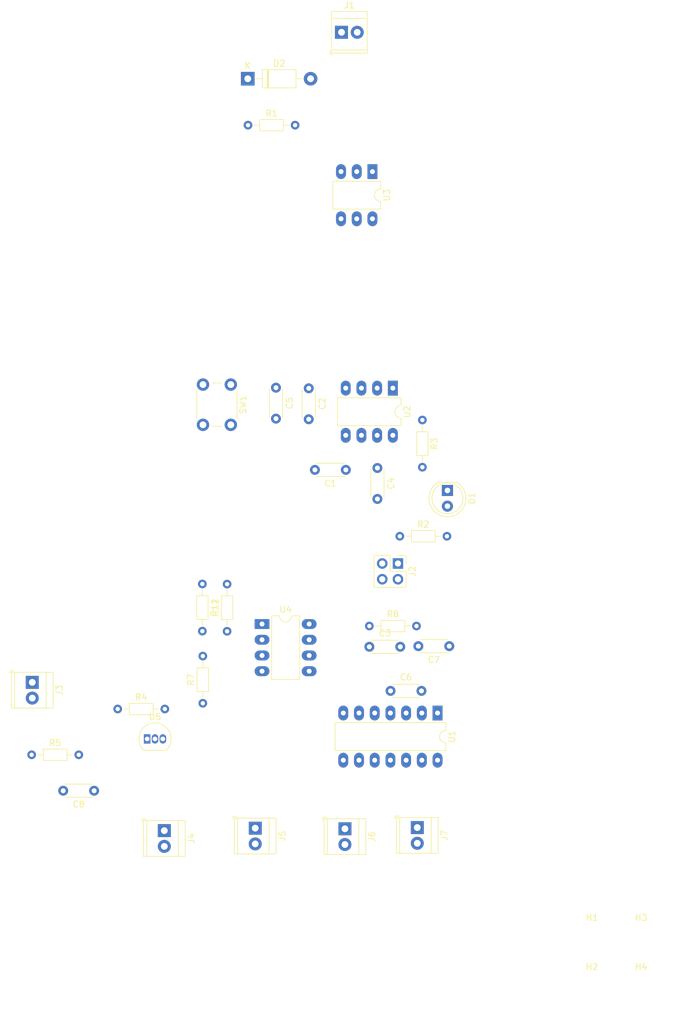
<source format=kicad_pcb>
(kicad_pcb (version 20171130) (host pcbnew 5.1.4+dfsg1-1)

  (general
    (thickness 1.6)
    (drawings 0)
    (tracks 0)
    (zones 0)
    (modules 36)
    (nets 28)
  )

  (page A4)
  (layers
    (0 F.Cu signal)
    (31 B.Cu signal)
    (32 B.Adhes user)
    (33 F.Adhes user)
    (34 B.Paste user)
    (35 F.Paste user)
    (36 B.SilkS user)
    (37 F.SilkS user)
    (38 B.Mask user)
    (39 F.Mask user)
    (40 Dwgs.User user)
    (41 Cmts.User user)
    (42 Eco1.User user)
    (43 Eco2.User user)
    (44 Edge.Cuts user)
    (45 Margin user)
    (46 B.CrtYd user)
    (47 F.CrtYd user)
    (48 B.Fab user)
    (49 F.Fab user)
  )

  (setup
    (last_trace_width 0.25)
    (trace_clearance 0.2)
    (zone_clearance 0.508)
    (zone_45_only no)
    (trace_min 0.2)
    (via_size 0.8)
    (via_drill 0.4)
    (via_min_size 0.4)
    (via_min_drill 0.3)
    (uvia_size 0.3)
    (uvia_drill 0.1)
    (uvias_allowed no)
    (uvia_min_size 0.2)
    (uvia_min_drill 0.1)
    (edge_width 0.05)
    (segment_width 0.2)
    (pcb_text_width 0.3)
    (pcb_text_size 1.5 1.5)
    (mod_edge_width 0.12)
    (mod_text_size 1 1)
    (mod_text_width 0.15)
    (pad_size 1.524 1.524)
    (pad_drill 0.762)
    (pad_to_mask_clearance 0.051)
    (solder_mask_min_width 0.25)
    (aux_axis_origin 0 0)
    (visible_elements FFFFFF7F)
    (pcbplotparams
      (layerselection 0x010fc_ffffffff)
      (usegerberextensions false)
      (usegerberattributes false)
      (usegerberadvancedattributes false)
      (creategerberjobfile false)
      (excludeedgelayer true)
      (linewidth 0.100000)
      (plotframeref false)
      (viasonmask false)
      (mode 1)
      (useauxorigin false)
      (hpglpennumber 1)
      (hpglpenspeed 20)
      (hpglpendiameter 15.000000)
      (psnegative false)
      (psa4output false)
      (plotreference true)
      (plotvalue true)
      (plotinvisibletext false)
      (padsonsilk false)
      (subtractmaskfromsilk false)
      (outputformat 1)
      (mirror false)
      (drillshape 1)
      (scaleselection 1)
      (outputdirectory ""))
  )

  (net 0 "")
  (net 1 GND)
  (net 2 "Net-(C1-Pad1)")
  (net 3 +5V)
  (net 4 "Net-(C3-Pad1)")
  (net 5 "Net-(C4-Pad1)")
  (net 6 "Net-(D1-Pad2)")
  (net 7 "Net-(J1-Pad2)")
  (net 8 "Net-(J3-Pad1)")
  (net 9 "Net-(J4-Pad1)")
  (net 10 "Net-(J5-Pad1)")
  (net 11 "Net-(J6-Pad1)")
  (net 12 "Net-(R7-Pad2)")
  (net 13 "Net-(R11-Pad2)")
  (net 14 "Net-(U3-Pad6)")
  (net 15 "Net-(U3-Pad3)")
  (net 16 "Net-(U4-Pad8)")
  (net 17 "Net-(U4-Pad5)")
  (net 18 "Net-(U4-Pad1)")
  (net 19 "Net-(C8-Pad1)")
  (net 20 "Net-(D2-Pad2)")
  (net 21 "Net-(D2-Pad1)")
  (net 22 /OUT_PULSE)
  (net 23 "Net-(R1-Pad2)")
  (net 24 "Net-(R4-Pad2)")
  (net 25 "Net-(U2-Pad2)")
  (net 26 "Net-(SW2-Pad2)")
  (net 27 "Net-(SW2-Pad5)")

  (net_class Default "This is the default net class."
    (clearance 0.2)
    (trace_width 0.25)
    (via_dia 0.8)
    (via_drill 0.4)
    (uvia_dia 0.3)
    (uvia_drill 0.1)
    (add_net +5V)
    (add_net /OUT_PULSE)
    (add_net GND)
    (add_net "Net-(C1-Pad1)")
    (add_net "Net-(C3-Pad1)")
    (add_net "Net-(C4-Pad1)")
    (add_net "Net-(C8-Pad1)")
    (add_net "Net-(D1-Pad2)")
    (add_net "Net-(D2-Pad1)")
    (add_net "Net-(D2-Pad2)")
    (add_net "Net-(J1-Pad2)")
    (add_net "Net-(J3-Pad1)")
    (add_net "Net-(J4-Pad1)")
    (add_net "Net-(J5-Pad1)")
    (add_net "Net-(J6-Pad1)")
    (add_net "Net-(R1-Pad2)")
    (add_net "Net-(R11-Pad2)")
    (add_net "Net-(R4-Pad2)")
    (add_net "Net-(R7-Pad2)")
    (add_net "Net-(SW2-Pad2)")
    (add_net "Net-(SW2-Pad5)")
    (add_net "Net-(U2-Pad2)")
    (add_net "Net-(U3-Pad3)")
    (add_net "Net-(U3-Pad6)")
    (add_net "Net-(U4-Pad1)")
    (add_net "Net-(U4-Pad5)")
    (add_net "Net-(U4-Pad8)")
  )

  (module Package_TO_SOT_THT:TO-92_Inline (layer F.Cu) (tedit 5A1DD157) (tstamp 5E77D8E6)
    (at 81.07 131.63)
    (descr "TO-92 leads in-line, narrow, oval pads, drill 0.75mm (see NXP sot054_po.pdf)")
    (tags "to-92 sc-43 sc-43a sot54 PA33 transistor")
    (path /5E5698CD)
    (fp_text reference U5 (at 1.27 -3.56) (layer F.SilkS)
      (effects (font (size 1 1) (thickness 0.15)))
    )
    (fp_text value L78L05_TO92 (at 1.27 2.79) (layer F.Fab)
      (effects (font (size 1 1) (thickness 0.15)))
    )
    (fp_arc (start 1.27 0) (end 1.27 -2.6) (angle 135) (layer F.SilkS) (width 0.12))
    (fp_arc (start 1.27 0) (end 1.27 -2.48) (angle -135) (layer F.Fab) (width 0.1))
    (fp_arc (start 1.27 0) (end 1.27 -2.6) (angle -135) (layer F.SilkS) (width 0.12))
    (fp_arc (start 1.27 0) (end 1.27 -2.48) (angle 135) (layer F.Fab) (width 0.1))
    (fp_line (start 4 2.01) (end -1.46 2.01) (layer F.CrtYd) (width 0.05))
    (fp_line (start 4 2.01) (end 4 -2.73) (layer F.CrtYd) (width 0.05))
    (fp_line (start -1.46 -2.73) (end -1.46 2.01) (layer F.CrtYd) (width 0.05))
    (fp_line (start -1.46 -2.73) (end 4 -2.73) (layer F.CrtYd) (width 0.05))
    (fp_line (start -0.5 1.75) (end 3 1.75) (layer F.Fab) (width 0.1))
    (fp_line (start -0.53 1.85) (end 3.07 1.85) (layer F.SilkS) (width 0.12))
    (fp_text user %R (at 1.27 -3.56) (layer F.Fab)
      (effects (font (size 1 1) (thickness 0.15)))
    )
    (pad 1 thru_hole rect (at 0 0) (size 1.05 1.5) (drill 0.75) (layers *.Cu *.Mask)
      (net 3 +5V))
    (pad 3 thru_hole oval (at 2.54 0) (size 1.05 1.5) (drill 0.75) (layers *.Cu *.Mask)
      (net 19 "Net-(C8-Pad1)"))
    (pad 2 thru_hole oval (at 1.27 0) (size 1.05 1.5) (drill 0.75) (layers *.Cu *.Mask)
      (net 1 GND))
    (model ${KISYS3DMOD}/Package_TO_SOT_THT.3dshapes/TO-92_Inline.wrl
      (at (xyz 0 0 0))
      (scale (xyz 1 1 1))
      (rotate (xyz 0 0 0))
    )
  )

  (module Resistor_THT:R_Axial_DIN0204_L3.6mm_D1.6mm_P7.62mm_Horizontal (layer F.Cu) (tedit 5AE5139B) (tstamp 5E77D71E)
    (at 62.4 134.2)
    (descr "Resistor, Axial_DIN0204 series, Axial, Horizontal, pin pitch=7.62mm, 0.167W, length*diameter=3.6*1.6mm^2, http://cdn-reichelt.de/documents/datenblatt/B400/1_4W%23YAG.pdf")
    (tags "Resistor Axial_DIN0204 series Axial Horizontal pin pitch 7.62mm 0.167W length 3.6mm diameter 1.6mm")
    (path /5E387C8F)
    (fp_text reference R5 (at 3.81 -1.92) (layer F.SilkS)
      (effects (font (size 1 1) (thickness 0.15)))
    )
    (fp_text value 100R (at 3.81 1.92) (layer F.Fab)
      (effects (font (size 1 1) (thickness 0.15)))
    )
    (fp_text user %R (at 3.81 0) (layer F.Fab)
      (effects (font (size 0.72 0.72) (thickness 0.108)))
    )
    (fp_line (start 8.57 -1.05) (end -0.95 -1.05) (layer F.CrtYd) (width 0.05))
    (fp_line (start 8.57 1.05) (end 8.57 -1.05) (layer F.CrtYd) (width 0.05))
    (fp_line (start -0.95 1.05) (end 8.57 1.05) (layer F.CrtYd) (width 0.05))
    (fp_line (start -0.95 -1.05) (end -0.95 1.05) (layer F.CrtYd) (width 0.05))
    (fp_line (start 6.68 0) (end 5.73 0) (layer F.SilkS) (width 0.12))
    (fp_line (start 0.94 0) (end 1.89 0) (layer F.SilkS) (width 0.12))
    (fp_line (start 5.73 -0.92) (end 1.89 -0.92) (layer F.SilkS) (width 0.12))
    (fp_line (start 5.73 0.92) (end 5.73 -0.92) (layer F.SilkS) (width 0.12))
    (fp_line (start 1.89 0.92) (end 5.73 0.92) (layer F.SilkS) (width 0.12))
    (fp_line (start 1.89 -0.92) (end 1.89 0.92) (layer F.SilkS) (width 0.12))
    (fp_line (start 7.62 0) (end 5.61 0) (layer F.Fab) (width 0.1))
    (fp_line (start 0 0) (end 2.01 0) (layer F.Fab) (width 0.1))
    (fp_line (start 5.61 -0.8) (end 2.01 -0.8) (layer F.Fab) (width 0.1))
    (fp_line (start 5.61 0.8) (end 5.61 -0.8) (layer F.Fab) (width 0.1))
    (fp_line (start 2.01 0.8) (end 5.61 0.8) (layer F.Fab) (width 0.1))
    (fp_line (start 2.01 -0.8) (end 2.01 0.8) (layer F.Fab) (width 0.1))
    (pad 2 thru_hole oval (at 7.62 0) (size 1.4 1.4) (drill 0.7) (layers *.Cu *.Mask)
      (net 8 "Net-(J3-Pad1)"))
    (pad 1 thru_hole circle (at 0 0) (size 1.4 1.4) (drill 0.7) (layers *.Cu *.Mask)
      (net 1 GND))
    (model ${KISYS3DMOD}/Resistor_THT.3dshapes/R_Axial_DIN0204_L3.6mm_D1.6mm_P7.62mm_Horizontal.wrl
      (at (xyz 0 0 0))
      (scale (xyz 1 1 1))
      (rotate (xyz 0 0 0))
    )
  )

  (module Resistor_THT:R_Axial_DIN0204_L3.6mm_D1.6mm_P7.62mm_Horizontal (layer F.Cu) (tedit 5AE5139B) (tstamp 5E77D707)
    (at 76.31 126.8)
    (descr "Resistor, Axial_DIN0204 series, Axial, Horizontal, pin pitch=7.62mm, 0.167W, length*diameter=3.6*1.6mm^2, http://cdn-reichelt.de/documents/datenblatt/B400/1_4W%23YAG.pdf")
    (tags "Resistor Axial_DIN0204 series Axial Horizontal pin pitch 7.62mm 0.167W length 3.6mm diameter 1.6mm")
    (path /5E3875A8)
    (fp_text reference R4 (at 3.81 -1.92) (layer F.SilkS)
      (effects (font (size 1 1) (thickness 0.15)))
    )
    (fp_text value 100k (at 3.81 1.92) (layer F.Fab)
      (effects (font (size 1 1) (thickness 0.15)))
    )
    (fp_text user %R (at 3.81 0) (layer F.Fab)
      (effects (font (size 0.72 0.72) (thickness 0.108)))
    )
    (fp_line (start 8.57 -1.05) (end -0.95 -1.05) (layer F.CrtYd) (width 0.05))
    (fp_line (start 8.57 1.05) (end 8.57 -1.05) (layer F.CrtYd) (width 0.05))
    (fp_line (start -0.95 1.05) (end 8.57 1.05) (layer F.CrtYd) (width 0.05))
    (fp_line (start -0.95 -1.05) (end -0.95 1.05) (layer F.CrtYd) (width 0.05))
    (fp_line (start 6.68 0) (end 5.73 0) (layer F.SilkS) (width 0.12))
    (fp_line (start 0.94 0) (end 1.89 0) (layer F.SilkS) (width 0.12))
    (fp_line (start 5.73 -0.92) (end 1.89 -0.92) (layer F.SilkS) (width 0.12))
    (fp_line (start 5.73 0.92) (end 5.73 -0.92) (layer F.SilkS) (width 0.12))
    (fp_line (start 1.89 0.92) (end 5.73 0.92) (layer F.SilkS) (width 0.12))
    (fp_line (start 1.89 -0.92) (end 1.89 0.92) (layer F.SilkS) (width 0.12))
    (fp_line (start 7.62 0) (end 5.61 0) (layer F.Fab) (width 0.1))
    (fp_line (start 0 0) (end 2.01 0) (layer F.Fab) (width 0.1))
    (fp_line (start 5.61 -0.8) (end 2.01 -0.8) (layer F.Fab) (width 0.1))
    (fp_line (start 5.61 0.8) (end 5.61 -0.8) (layer F.Fab) (width 0.1))
    (fp_line (start 2.01 0.8) (end 5.61 0.8) (layer F.Fab) (width 0.1))
    (fp_line (start 2.01 -0.8) (end 2.01 0.8) (layer F.Fab) (width 0.1))
    (pad 2 thru_hole oval (at 7.62 0) (size 1.4 1.4) (drill 0.7) (layers *.Cu *.Mask)
      (net 24 "Net-(R4-Pad2)"))
    (pad 1 thru_hole circle (at 0 0) (size 1.4 1.4) (drill 0.7) (layers *.Cu *.Mask)
      (net 8 "Net-(J3-Pad1)"))
    (model ${KISYS3DMOD}/Resistor_THT.3dshapes/R_Axial_DIN0204_L3.6mm_D1.6mm_P7.62mm_Horizontal.wrl
      (at (xyz 0 0 0))
      (scale (xyz 1 1 1))
      (rotate (xyz 0 0 0))
    )
  )

  (module Resistor_THT:R_Axial_DIN0204_L3.6mm_D1.6mm_P7.62mm_Horizontal (layer F.Cu) (tedit 5AE5139B) (tstamp 5E77D6AE)
    (at 97.38 32.5)
    (descr "Resistor, Axial_DIN0204 series, Axial, Horizontal, pin pitch=7.62mm, 0.167W, length*diameter=3.6*1.6mm^2, http://cdn-reichelt.de/documents/datenblatt/B400/1_4W%23YAG.pdf")
    (tags "Resistor Axial_DIN0204 series Axial Horizontal pin pitch 7.62mm 0.167W length 3.6mm diameter 1.6mm")
    (path /5E3DBBCC)
    (fp_text reference R1 (at 3.81 -1.92) (layer F.SilkS)
      (effects (font (size 1 1) (thickness 0.15)))
    )
    (fp_text value 680R (at 3.81 1.92) (layer F.Fab)
      (effects (font (size 1 1) (thickness 0.15)))
    )
    (fp_text user %R (at 3.81 0) (layer F.Fab)
      (effects (font (size 0.72 0.72) (thickness 0.108)))
    )
    (fp_line (start 8.57 -1.05) (end -0.95 -1.05) (layer F.CrtYd) (width 0.05))
    (fp_line (start 8.57 1.05) (end 8.57 -1.05) (layer F.CrtYd) (width 0.05))
    (fp_line (start -0.95 1.05) (end 8.57 1.05) (layer F.CrtYd) (width 0.05))
    (fp_line (start -0.95 -1.05) (end -0.95 1.05) (layer F.CrtYd) (width 0.05))
    (fp_line (start 6.68 0) (end 5.73 0) (layer F.SilkS) (width 0.12))
    (fp_line (start 0.94 0) (end 1.89 0) (layer F.SilkS) (width 0.12))
    (fp_line (start 5.73 -0.92) (end 1.89 -0.92) (layer F.SilkS) (width 0.12))
    (fp_line (start 5.73 0.92) (end 5.73 -0.92) (layer F.SilkS) (width 0.12))
    (fp_line (start 1.89 0.92) (end 5.73 0.92) (layer F.SilkS) (width 0.12))
    (fp_line (start 1.89 -0.92) (end 1.89 0.92) (layer F.SilkS) (width 0.12))
    (fp_line (start 7.62 0) (end 5.61 0) (layer F.Fab) (width 0.1))
    (fp_line (start 0 0) (end 2.01 0) (layer F.Fab) (width 0.1))
    (fp_line (start 5.61 -0.8) (end 2.01 -0.8) (layer F.Fab) (width 0.1))
    (fp_line (start 5.61 0.8) (end 5.61 -0.8) (layer F.Fab) (width 0.1))
    (fp_line (start 2.01 0.8) (end 5.61 0.8) (layer F.Fab) (width 0.1))
    (fp_line (start 2.01 -0.8) (end 2.01 0.8) (layer F.Fab) (width 0.1))
    (pad 2 thru_hole oval (at 7.62 0) (size 1.4 1.4) (drill 0.7) (layers *.Cu *.Mask)
      (net 23 "Net-(R1-Pad2)"))
    (pad 1 thru_hole circle (at 0 0) (size 1.4 1.4) (drill 0.7) (layers *.Cu *.Mask)
      (net 21 "Net-(D2-Pad1)"))
    (model ${KISYS3DMOD}/Resistor_THT.3dshapes/R_Axial_DIN0204_L3.6mm_D1.6mm_P7.62mm_Horizontal.wrl
      (at (xyz 0 0 0))
      (scale (xyz 1 1 1))
      (rotate (xyz 0 0 0))
    )
  )

  (module TerminalBlock_TE-Connectivity:TerminalBlock_TE_282834-2_1x02_P2.54mm_Horizontal (layer F.Cu) (tedit 5B1EC513) (tstamp 5E77DA68)
    (at 112.5 17.5)
    (descr "Terminal Block TE 282834-2, 2 pins, pitch 2.54mm, size 5.54x6.5mm^2, drill diamater 1.1mm, pad diameter 2.1mm, see http://www.te.com/commerce/DocumentDelivery/DDEController?Action=showdoc&DocId=Customer+Drawing%7F282834%7FC1%7Fpdf%7FEnglish%7FENG_CD_282834_C1.pdf, script-generated using https://github.com/pointhi/kicad-footprint-generator/scripts/TerminalBlock_TE-Connectivity")
    (tags "THT Terminal Block TE 282834-2 pitch 2.54mm size 5.54x6.5mm^2 drill 1.1mm pad 2.1mm")
    (path /5E2C1131)
    (fp_text reference J1 (at 1.27 -4.37) (layer F.SilkS)
      (effects (font (size 1 1) (thickness 0.15)))
    )
    (fp_text value Screw_Terminal_01x02 (at 1.27 4.37) (layer F.Fab)
      (effects (font (size 1 1) (thickness 0.15)))
    )
    (fp_text user %R (at 1.27 2) (layer F.Fab)
      (effects (font (size 1 1) (thickness 0.15)))
    )
    (fp_line (start 4.54 -3.75) (end -2 -3.75) (layer F.CrtYd) (width 0.05))
    (fp_line (start 4.54 3.75) (end 4.54 -3.75) (layer F.CrtYd) (width 0.05))
    (fp_line (start -2 3.75) (end 4.54 3.75) (layer F.CrtYd) (width 0.05))
    (fp_line (start -2 -3.75) (end -2 3.75) (layer F.CrtYd) (width 0.05))
    (fp_line (start -1.86 3.61) (end -1.46 3.61) (layer F.SilkS) (width 0.12))
    (fp_line (start -1.86 2.97) (end -1.86 3.61) (layer F.SilkS) (width 0.12))
    (fp_line (start 3.241 -0.835) (end 1.706 0.7) (layer F.Fab) (width 0.1))
    (fp_line (start 3.375 -0.7) (end 1.84 0.835) (layer F.Fab) (width 0.1))
    (fp_line (start 0.701 -0.835) (end -0.835 0.7) (layer F.Fab) (width 0.1))
    (fp_line (start 0.835 -0.7) (end -0.701 0.835) (layer F.Fab) (width 0.1))
    (fp_line (start 4.16 -3.37) (end 4.16 3.37) (layer F.SilkS) (width 0.12))
    (fp_line (start -1.62 -3.37) (end -1.62 3.37) (layer F.SilkS) (width 0.12))
    (fp_line (start -1.62 3.37) (end 4.16 3.37) (layer F.SilkS) (width 0.12))
    (fp_line (start -1.62 -3.37) (end 4.16 -3.37) (layer F.SilkS) (width 0.12))
    (fp_line (start -1.62 -2.25) (end 4.16 -2.25) (layer F.SilkS) (width 0.12))
    (fp_line (start -1.5 -2.25) (end 4.04 -2.25) (layer F.Fab) (width 0.1))
    (fp_line (start -1.62 2.85) (end 4.16 2.85) (layer F.SilkS) (width 0.12))
    (fp_line (start -1.5 2.85) (end 4.04 2.85) (layer F.Fab) (width 0.1))
    (fp_line (start -1.5 2.85) (end -1.5 -3.25) (layer F.Fab) (width 0.1))
    (fp_line (start -1.1 3.25) (end -1.5 2.85) (layer F.Fab) (width 0.1))
    (fp_line (start 4.04 3.25) (end -1.1 3.25) (layer F.Fab) (width 0.1))
    (fp_line (start 4.04 -3.25) (end 4.04 3.25) (layer F.Fab) (width 0.1))
    (fp_line (start -1.5 -3.25) (end 4.04 -3.25) (layer F.Fab) (width 0.1))
    (fp_circle (center 2.54 0) (end 3.64 0) (layer F.Fab) (width 0.1))
    (fp_circle (center 0 0) (end 1.1 0) (layer F.Fab) (width 0.1))
    (pad 2 thru_hole circle (at 2.54 0) (size 2.1 2.1) (drill 1.1) (layers *.Cu *.Mask)
      (net 7 "Net-(J1-Pad2)"))
    (pad 1 thru_hole rect (at 0 0) (size 2.1 2.1) (drill 1.1) (layers *.Cu *.Mask)
      (net 20 "Net-(D2-Pad2)"))
    (model ${KISYS3DMOD}/TerminalBlock_TE-Connectivity.3dshapes/TerminalBlock_TE_282834-2_1x02_P2.54mm_Horizontal.wrl
      (at (xyz 0 0 0))
      (scale (xyz 1 1 1))
      (rotate (xyz 0 0 0))
    )
  )

  (module Diode_THT:D_DO-41_SOD81_P10.16mm_Horizontal (layer F.Cu) (tedit 5AE50CD5) (tstamp 5E77DB40)
    (at 97.34 25)
    (descr "Diode, DO-41_SOD81 series, Axial, Horizontal, pin pitch=10.16mm, , length*diameter=5.2*2.7mm^2, , http://www.diodes.com/_files/packages/DO-41%20(Plastic).pdf")
    (tags "Diode DO-41_SOD81 series Axial Horizontal pin pitch 10.16mm  length 5.2mm diameter 2.7mm")
    (path /5E4051BC)
    (fp_text reference D2 (at 5.08 -2.47) (layer F.SilkS)
      (effects (font (size 1 1) (thickness 0.15)))
    )
    (fp_text value 1N4007 (at 5.08 2.47) (layer F.Fab)
      (effects (font (size 1 1) (thickness 0.15)))
    )
    (fp_text user K (at 0 -2.1) (layer F.SilkS)
      (effects (font (size 1 1) (thickness 0.15)))
    )
    (fp_text user K (at 0 -2.1) (layer F.Fab)
      (effects (font (size 1 1) (thickness 0.15)))
    )
    (fp_text user %R (at 5.47 0) (layer F.Fab)
      (effects (font (size 1 1) (thickness 0.15)))
    )
    (fp_line (start 11.51 -1.6) (end -1.35 -1.6) (layer F.CrtYd) (width 0.05))
    (fp_line (start 11.51 1.6) (end 11.51 -1.6) (layer F.CrtYd) (width 0.05))
    (fp_line (start -1.35 1.6) (end 11.51 1.6) (layer F.CrtYd) (width 0.05))
    (fp_line (start -1.35 -1.6) (end -1.35 1.6) (layer F.CrtYd) (width 0.05))
    (fp_line (start 3.14 -1.47) (end 3.14 1.47) (layer F.SilkS) (width 0.12))
    (fp_line (start 3.38 -1.47) (end 3.38 1.47) (layer F.SilkS) (width 0.12))
    (fp_line (start 3.26 -1.47) (end 3.26 1.47) (layer F.SilkS) (width 0.12))
    (fp_line (start 8.82 0) (end 7.8 0) (layer F.SilkS) (width 0.12))
    (fp_line (start 1.34 0) (end 2.36 0) (layer F.SilkS) (width 0.12))
    (fp_line (start 7.8 -1.47) (end 2.36 -1.47) (layer F.SilkS) (width 0.12))
    (fp_line (start 7.8 1.47) (end 7.8 -1.47) (layer F.SilkS) (width 0.12))
    (fp_line (start 2.36 1.47) (end 7.8 1.47) (layer F.SilkS) (width 0.12))
    (fp_line (start 2.36 -1.47) (end 2.36 1.47) (layer F.SilkS) (width 0.12))
    (fp_line (start 3.16 -1.35) (end 3.16 1.35) (layer F.Fab) (width 0.1))
    (fp_line (start 3.36 -1.35) (end 3.36 1.35) (layer F.Fab) (width 0.1))
    (fp_line (start 3.26 -1.35) (end 3.26 1.35) (layer F.Fab) (width 0.1))
    (fp_line (start 10.16 0) (end 7.68 0) (layer F.Fab) (width 0.1))
    (fp_line (start 0 0) (end 2.48 0) (layer F.Fab) (width 0.1))
    (fp_line (start 7.68 -1.35) (end 2.48 -1.35) (layer F.Fab) (width 0.1))
    (fp_line (start 7.68 1.35) (end 7.68 -1.35) (layer F.Fab) (width 0.1))
    (fp_line (start 2.48 1.35) (end 7.68 1.35) (layer F.Fab) (width 0.1))
    (fp_line (start 2.48 -1.35) (end 2.48 1.35) (layer F.Fab) (width 0.1))
    (pad 2 thru_hole oval (at 10.16 0) (size 2.2 2.2) (drill 1.1) (layers *.Cu *.Mask)
      (net 20 "Net-(D2-Pad2)"))
    (pad 1 thru_hole rect (at 0 0) (size 2.2 2.2) (drill 1.1) (layers *.Cu *.Mask)
      (net 21 "Net-(D2-Pad1)"))
    (model ${KISYS3DMOD}/Diode_THT.3dshapes/D_DO-41_SOD81_P10.16mm_Horizontal.wrl
      (at (xyz 0 0 0))
      (scale (xyz 1 1 1))
      (rotate (xyz 0 0 0))
    )
  )

  (module Capacitor_THT:C_Disc_D4.3mm_W1.9mm_P5.00mm (layer F.Cu) (tedit 5AE50EF0) (tstamp 5E77D4A7)
    (at 72.5 140 180)
    (descr "C, Disc series, Radial, pin pitch=5.00mm, , diameter*width=4.3*1.9mm^2, Capacitor, http://www.vishay.com/docs/45233/krseries.pdf")
    (tags "C Disc series Radial pin pitch 5.00mm  diameter 4.3mm width 1.9mm Capacitor")
    (path /5E5B64C1)
    (fp_text reference C8 (at 2.5 -2.2) (layer F.SilkS)
      (effects (font (size 1 1) (thickness 0.15)))
    )
    (fp_text value 1u,35V (at 2.5 2.2) (layer F.Fab)
      (effects (font (size 1 1) (thickness 0.15)))
    )
    (fp_text user %R (at 2.5 0) (layer F.Fab)
      (effects (font (size 0.86 0.86) (thickness 0.129)))
    )
    (fp_line (start 6.05 -1.2) (end -1.05 -1.2) (layer F.CrtYd) (width 0.05))
    (fp_line (start 6.05 1.2) (end 6.05 -1.2) (layer F.CrtYd) (width 0.05))
    (fp_line (start -1.05 1.2) (end 6.05 1.2) (layer F.CrtYd) (width 0.05))
    (fp_line (start -1.05 -1.2) (end -1.05 1.2) (layer F.CrtYd) (width 0.05))
    (fp_line (start 4.77 1.055) (end 4.77 1.07) (layer F.SilkS) (width 0.12))
    (fp_line (start 4.77 -1.07) (end 4.77 -1.055) (layer F.SilkS) (width 0.12))
    (fp_line (start 0.23 1.055) (end 0.23 1.07) (layer F.SilkS) (width 0.12))
    (fp_line (start 0.23 -1.07) (end 0.23 -1.055) (layer F.SilkS) (width 0.12))
    (fp_line (start 0.23 1.07) (end 4.77 1.07) (layer F.SilkS) (width 0.12))
    (fp_line (start 0.23 -1.07) (end 4.77 -1.07) (layer F.SilkS) (width 0.12))
    (fp_line (start 4.65 -0.95) (end 0.35 -0.95) (layer F.Fab) (width 0.1))
    (fp_line (start 4.65 0.95) (end 4.65 -0.95) (layer F.Fab) (width 0.1))
    (fp_line (start 0.35 0.95) (end 4.65 0.95) (layer F.Fab) (width 0.1))
    (fp_line (start 0.35 -0.95) (end 0.35 0.95) (layer F.Fab) (width 0.1))
    (pad 2 thru_hole circle (at 5 0 180) (size 1.6 1.6) (drill 0.8) (layers *.Cu *.Mask)
      (net 1 GND))
    (pad 1 thru_hole circle (at 0 0 180) (size 1.6 1.6) (drill 0.8) (layers *.Cu *.Mask)
      (net 19 "Net-(C8-Pad1)"))
    (model ${KISYS3DMOD}/Capacitor_THT.3dshapes/C_Disc_D4.3mm_W1.9mm_P5.00mm.wrl
      (at (xyz 0 0 0))
      (scale (xyz 1 1 1))
      (rotate (xyz 0 0 0))
    )
  )

  (module Package_DIP:DIP-14_W7.62mm_LongPads (layer F.Cu) (tedit 5A02E8C5) (tstamp 5E0F8A2A)
    (at 128.025 127.45 270)
    (descr "14-lead though-hole mounted DIP package, row spacing 7.62 mm (300 mils), LongPads")
    (tags "THT DIP DIL PDIP 2.54mm 7.62mm 300mil LongPads")
    (path /5E0EC046)
    (fp_text reference U1 (at 3.81 -2.33 90) (layer F.SilkS)
      (effects (font (size 1 1) (thickness 0.15)))
    )
    (fp_text value MCP6024-I/P (at 3.81 17.57 90) (layer F.Fab)
      (effects (font (size 1 1) (thickness 0.15)))
    )
    (fp_text user %R (at 3.81 7.62 90) (layer F.Fab)
      (effects (font (size 1 1) (thickness 0.15)))
    )
    (fp_line (start 9.1 -1.55) (end -1.45 -1.55) (layer F.CrtYd) (width 0.05))
    (fp_line (start 9.1 16.8) (end 9.1 -1.55) (layer F.CrtYd) (width 0.05))
    (fp_line (start -1.45 16.8) (end 9.1 16.8) (layer F.CrtYd) (width 0.05))
    (fp_line (start -1.45 -1.55) (end -1.45 16.8) (layer F.CrtYd) (width 0.05))
    (fp_line (start 6.06 -1.33) (end 4.81 -1.33) (layer F.SilkS) (width 0.12))
    (fp_line (start 6.06 16.57) (end 6.06 -1.33) (layer F.SilkS) (width 0.12))
    (fp_line (start 1.56 16.57) (end 6.06 16.57) (layer F.SilkS) (width 0.12))
    (fp_line (start 1.56 -1.33) (end 1.56 16.57) (layer F.SilkS) (width 0.12))
    (fp_line (start 2.81 -1.33) (end 1.56 -1.33) (layer F.SilkS) (width 0.12))
    (fp_line (start 0.635 -0.27) (end 1.635 -1.27) (layer F.Fab) (width 0.1))
    (fp_line (start 0.635 16.51) (end 0.635 -0.27) (layer F.Fab) (width 0.1))
    (fp_line (start 6.985 16.51) (end 0.635 16.51) (layer F.Fab) (width 0.1))
    (fp_line (start 6.985 -1.27) (end 6.985 16.51) (layer F.Fab) (width 0.1))
    (fp_line (start 1.635 -1.27) (end 6.985 -1.27) (layer F.Fab) (width 0.1))
    (fp_arc (start 3.81 -1.33) (end 2.81 -1.33) (angle -180) (layer F.SilkS) (width 0.12))
    (pad 14 thru_hole oval (at 7.62 0 270) (size 2.4 1.6) (drill 0.8) (layers *.Cu *.Mask)
      (net 11 "Net-(J6-Pad1)"))
    (pad 7 thru_hole oval (at 0 15.24 270) (size 2.4 1.6) (drill 0.8) (layers *.Cu *.Mask)
      (net 9 "Net-(J4-Pad1)"))
    (pad 13 thru_hole oval (at 7.62 2.54 270) (size 2.4 1.6) (drill 0.8) (layers *.Cu *.Mask)
      (net 11 "Net-(J6-Pad1)"))
    (pad 6 thru_hole oval (at 0 12.7 270) (size 2.4 1.6) (drill 0.8) (layers *.Cu *.Mask)
      (net 9 "Net-(J4-Pad1)"))
    (pad 12 thru_hole oval (at 7.62 5.08 270) (size 2.4 1.6) (drill 0.8) (layers *.Cu *.Mask)
      (net 4 "Net-(C3-Pad1)"))
    (pad 5 thru_hole oval (at 0 10.16 270) (size 2.4 1.6) (drill 0.8) (layers *.Cu *.Mask)
      (net 4 "Net-(C3-Pad1)"))
    (pad 11 thru_hole oval (at 7.62 7.62 270) (size 2.4 1.6) (drill 0.8) (layers *.Cu *.Mask)
      (net 1 GND))
    (pad 4 thru_hole oval (at 0 7.62 270) (size 2.4 1.6) (drill 0.8) (layers *.Cu *.Mask)
      (net 3 +5V))
    (pad 10 thru_hole oval (at 7.62 10.16 270) (size 2.4 1.6) (drill 0.8) (layers *.Cu *.Mask)
      (net 4 "Net-(C3-Pad1)"))
    (pad 3 thru_hole oval (at 0 5.08 270) (size 2.4 1.6) (drill 0.8) (layers *.Cu *.Mask)
      (net 4 "Net-(C3-Pad1)"))
    (pad 9 thru_hole oval (at 7.62 12.7 270) (size 2.4 1.6) (drill 0.8) (layers *.Cu *.Mask)
      (net 10 "Net-(J5-Pad1)"))
    (pad 2 thru_hole oval (at 0 2.54 270) (size 2.4 1.6) (drill 0.8) (layers *.Cu *.Mask)
      (net 24 "Net-(R4-Pad2)"))
    (pad 8 thru_hole oval (at 7.62 15.24 270) (size 2.4 1.6) (drill 0.8) (layers *.Cu *.Mask)
      (net 10 "Net-(J5-Pad1)"))
    (pad 1 thru_hole rect (at 0 0 270) (size 2.4 1.6) (drill 0.8) (layers *.Cu *.Mask)
      (net 24 "Net-(R4-Pad2)"))
    (model ${KISYS3DMOD}/Package_DIP.3dshapes/DIP-14_W7.62mm.wrl
      (at (xyz 0 0 0))
      (scale (xyz 1 1 1))
      (rotate (xyz 0 0 0))
    )
  )

  (module MountingHole:MountingHole_3.2mm_M3 (layer F.Cu) (tedit 56D1B4CB) (tstamp 5E00C5CA)
    (at 160.95 172.65)
    (descr "Mounting Hole 3.2mm, no annular, M3")
    (tags "mounting hole 3.2mm no annular m3")
    (path /5E3474A5)
    (attr virtual)
    (fp_text reference H4 (at 0 -4.2) (layer F.SilkS)
      (effects (font (size 1 1) (thickness 0.15)))
    )
    (fp_text value MountingHole (at 0 4.2) (layer F.Fab)
      (effects (font (size 1 1) (thickness 0.15)))
    )
    (fp_circle (center 0 0) (end 3.45 0) (layer F.CrtYd) (width 0.05))
    (fp_circle (center 0 0) (end 3.2 0) (layer Cmts.User) (width 0.15))
    (fp_text user %R (at 0.3 0) (layer F.Fab)
      (effects (font (size 1 1) (thickness 0.15)))
    )
    (pad 1 np_thru_hole circle (at 0 0) (size 3.2 3.2) (drill 3.2) (layers *.Cu *.Mask))
  )

  (module MountingHole:MountingHole_3.2mm_M3 (layer F.Cu) (tedit 56D1B4CB) (tstamp 5E00C5C2)
    (at 160.95 164.7)
    (descr "Mounting Hole 3.2mm, no annular, M3")
    (tags "mounting hole 3.2mm no annular m3")
    (path /5E34749F)
    (attr virtual)
    (fp_text reference H3 (at 0 -4.2) (layer F.SilkS)
      (effects (font (size 1 1) (thickness 0.15)))
    )
    (fp_text value MountingHole (at 0 4.2) (layer F.Fab)
      (effects (font (size 1 1) (thickness 0.15)))
    )
    (fp_circle (center 0 0) (end 3.45 0) (layer F.CrtYd) (width 0.05))
    (fp_circle (center 0 0) (end 3.2 0) (layer Cmts.User) (width 0.15))
    (fp_text user %R (at 0.3 0) (layer F.Fab)
      (effects (font (size 1 1) (thickness 0.15)))
    )
    (pad 1 np_thru_hole circle (at 0 0) (size 3.2 3.2) (drill 3.2) (layers *.Cu *.Mask))
  )

  (module MountingHole:MountingHole_3.2mm_M3 (layer F.Cu) (tedit 56D1B4CB) (tstamp 5E00C5BA)
    (at 153 172.65)
    (descr "Mounting Hole 3.2mm, no annular, M3")
    (tags "mounting hole 3.2mm no annular m3")
    (path /5E34126A)
    (attr virtual)
    (fp_text reference H2 (at 0 -4.2) (layer F.SilkS)
      (effects (font (size 1 1) (thickness 0.15)))
    )
    (fp_text value MountingHole (at 0 4.2) (layer F.Fab)
      (effects (font (size 1 1) (thickness 0.15)))
    )
    (fp_circle (center 0 0) (end 3.45 0) (layer F.CrtYd) (width 0.05))
    (fp_circle (center 0 0) (end 3.2 0) (layer Cmts.User) (width 0.15))
    (fp_text user %R (at 0.3 0) (layer F.Fab)
      (effects (font (size 1 1) (thickness 0.15)))
    )
    (pad 1 np_thru_hole circle (at 0 0) (size 3.2 3.2) (drill 3.2) (layers *.Cu *.Mask))
  )

  (module MountingHole:MountingHole_3.2mm_M3 (layer F.Cu) (tedit 56D1B4CB) (tstamp 5E00C5B2)
    (at 153 164.7)
    (descr "Mounting Hole 3.2mm, no annular, M3")
    (tags "mounting hole 3.2mm no annular m3")
    (path /5E334E9F)
    (attr virtual)
    (fp_text reference H1 (at 0 -4.2) (layer F.SilkS)
      (effects (font (size 1 1) (thickness 0.15)))
    )
    (fp_text value MountingHole (at 0 4.2) (layer F.Fab)
      (effects (font (size 1 1) (thickness 0.15)))
    )
    (fp_circle (center 0 0) (end 3.45 0) (layer F.CrtYd) (width 0.05))
    (fp_circle (center 0 0) (end 3.2 0) (layer Cmts.User) (width 0.15))
    (fp_text user %R (at 0.3 0) (layer F.Fab)
      (effects (font (size 1 1) (thickness 0.15)))
    )
    (pad 1 np_thru_hole circle (at 0 0) (size 3.2 3.2) (drill 3.2) (layers *.Cu *.Mask))
  )

  (module Package_DIP:DIP-8_W7.62mm_LongPads (layer F.Cu) (tedit 5A02E8C5) (tstamp 5E12002B)
    (at 99.65 113.075)
    (descr "8-lead though-hole mounted DIP package, row spacing 7.62 mm (300 mils), LongPads")
    (tags "THT DIP DIL PDIP 2.54mm 7.62mm 300mil LongPads")
    (path /5E0E8D3C)
    (fp_text reference U4 (at 3.81 -2.33) (layer F.SilkS)
      (effects (font (size 1 1) (thickness 0.15)))
    )
    (fp_text value MCP6021-I/P (at 3.81 9.95) (layer F.Fab)
      (effects (font (size 1 1) (thickness 0.15)))
    )
    (fp_text user %R (at 3.81 3.81) (layer F.Fab)
      (effects (font (size 1 1) (thickness 0.15)))
    )
    (fp_line (start 9.1 -1.55) (end -1.45 -1.55) (layer F.CrtYd) (width 0.05))
    (fp_line (start 9.1 9.15) (end 9.1 -1.55) (layer F.CrtYd) (width 0.05))
    (fp_line (start -1.45 9.15) (end 9.1 9.15) (layer F.CrtYd) (width 0.05))
    (fp_line (start -1.45 -1.55) (end -1.45 9.15) (layer F.CrtYd) (width 0.05))
    (fp_line (start 6.06 -1.33) (end 4.81 -1.33) (layer F.SilkS) (width 0.12))
    (fp_line (start 6.06 8.95) (end 6.06 -1.33) (layer F.SilkS) (width 0.12))
    (fp_line (start 1.56 8.95) (end 6.06 8.95) (layer F.SilkS) (width 0.12))
    (fp_line (start 1.56 -1.33) (end 1.56 8.95) (layer F.SilkS) (width 0.12))
    (fp_line (start 2.81 -1.33) (end 1.56 -1.33) (layer F.SilkS) (width 0.12))
    (fp_line (start 0.635 -0.27) (end 1.635 -1.27) (layer F.Fab) (width 0.1))
    (fp_line (start 0.635 8.89) (end 0.635 -0.27) (layer F.Fab) (width 0.1))
    (fp_line (start 6.985 8.89) (end 0.635 8.89) (layer F.Fab) (width 0.1))
    (fp_line (start 6.985 -1.27) (end 6.985 8.89) (layer F.Fab) (width 0.1))
    (fp_line (start 1.635 -1.27) (end 6.985 -1.27) (layer F.Fab) (width 0.1))
    (fp_arc (start 3.81 -1.33) (end 2.81 -1.33) (angle -180) (layer F.SilkS) (width 0.12))
    (pad 8 thru_hole oval (at 7.62 0) (size 2.4 1.6) (drill 0.8) (layers *.Cu *.Mask)
      (net 16 "Net-(U4-Pad8)"))
    (pad 4 thru_hole oval (at 0 7.62) (size 2.4 1.6) (drill 0.8) (layers *.Cu *.Mask)
      (net 1 GND))
    (pad 7 thru_hole oval (at 7.62 2.54) (size 2.4 1.6) (drill 0.8) (layers *.Cu *.Mask)
      (net 3 +5V))
    (pad 3 thru_hole oval (at 0 5.08) (size 2.4 1.6) (drill 0.8) (layers *.Cu *.Mask)
      (net 26 "Net-(SW2-Pad2)"))
    (pad 6 thru_hole oval (at 7.62 5.08) (size 2.4 1.6) (drill 0.8) (layers *.Cu *.Mask)
      (net 25 "Net-(U2-Pad2)"))
    (pad 2 thru_hole oval (at 0 2.54) (size 2.4 1.6) (drill 0.8) (layers *.Cu *.Mask)
      (net 27 "Net-(SW2-Pad5)"))
    (pad 5 thru_hole oval (at 7.62 7.62) (size 2.4 1.6) (drill 0.8) (layers *.Cu *.Mask)
      (net 17 "Net-(U4-Pad5)"))
    (pad 1 thru_hole rect (at 0 0) (size 2.4 1.6) (drill 0.8) (layers *.Cu *.Mask)
      (net 18 "Net-(U4-Pad1)"))
    (model ${KISYS3DMOD}/Package_DIP.3dshapes/DIP-8_W7.62mm.wrl
      (at (xyz 0 0 0))
      (scale (xyz 1 1 1))
      (rotate (xyz 0 0 0))
    )
  )

  (module Package_DIP:DIP-6_W7.62mm_LongPads (layer F.Cu) (tedit 5A02E8C5) (tstamp 5E0F9745)
    (at 117.5 40 270)
    (descr "6-lead though-hole mounted DIP package, row spacing 7.62 mm (300 mils), LongPads")
    (tags "THT DIP DIL PDIP 2.54mm 7.62mm 300mil LongPads")
    (path /5E0E3D67)
    (fp_text reference U3 (at 3.81 -2.33 90) (layer F.SilkS)
      (effects (font (size 1 1) (thickness 0.15)))
    )
    (fp_text value 4N35 (at 3.81 7.41 90) (layer F.Fab)
      (effects (font (size 1 1) (thickness 0.15)))
    )
    (fp_text user %R (at 3.81 2.54 90) (layer F.Fab)
      (effects (font (size 1 1) (thickness 0.15)))
    )
    (fp_line (start 9.1 -1.55) (end -1.45 -1.55) (layer F.CrtYd) (width 0.05))
    (fp_line (start 9.1 6.6) (end 9.1 -1.55) (layer F.CrtYd) (width 0.05))
    (fp_line (start -1.45 6.6) (end 9.1 6.6) (layer F.CrtYd) (width 0.05))
    (fp_line (start -1.45 -1.55) (end -1.45 6.6) (layer F.CrtYd) (width 0.05))
    (fp_line (start 6.06 -1.33) (end 4.81 -1.33) (layer F.SilkS) (width 0.12))
    (fp_line (start 6.06 6.41) (end 6.06 -1.33) (layer F.SilkS) (width 0.12))
    (fp_line (start 1.56 6.41) (end 6.06 6.41) (layer F.SilkS) (width 0.12))
    (fp_line (start 1.56 -1.33) (end 1.56 6.41) (layer F.SilkS) (width 0.12))
    (fp_line (start 2.81 -1.33) (end 1.56 -1.33) (layer F.SilkS) (width 0.12))
    (fp_line (start 0.635 -0.27) (end 1.635 -1.27) (layer F.Fab) (width 0.1))
    (fp_line (start 0.635 6.35) (end 0.635 -0.27) (layer F.Fab) (width 0.1))
    (fp_line (start 6.985 6.35) (end 0.635 6.35) (layer F.Fab) (width 0.1))
    (fp_line (start 6.985 -1.27) (end 6.985 6.35) (layer F.Fab) (width 0.1))
    (fp_line (start 1.635 -1.27) (end 6.985 -1.27) (layer F.Fab) (width 0.1))
    (fp_arc (start 3.81 -1.33) (end 2.81 -1.33) (angle -180) (layer F.SilkS) (width 0.12))
    (pad 6 thru_hole oval (at 7.62 0 270) (size 2.4 1.6) (drill 0.8) (layers *.Cu *.Mask)
      (net 14 "Net-(U3-Pad6)"))
    (pad 3 thru_hole oval (at 0 5.08 270) (size 2.4 1.6) (drill 0.8) (layers *.Cu *.Mask)
      (net 15 "Net-(U3-Pad3)"))
    (pad 5 thru_hole oval (at 7.62 2.54 270) (size 2.4 1.6) (drill 0.8) (layers *.Cu *.Mask)
      (net 3 +5V))
    (pad 2 thru_hole oval (at 0 2.54 270) (size 2.4 1.6) (drill 0.8) (layers *.Cu *.Mask)
      (net 7 "Net-(J1-Pad2)"))
    (pad 4 thru_hole oval (at 7.62 5.08 270) (size 2.4 1.6) (drill 0.8) (layers *.Cu *.Mask)
      (net 12 "Net-(R7-Pad2)"))
    (pad 1 thru_hole rect (at 0 0 270) (size 2.4 1.6) (drill 0.8) (layers *.Cu *.Mask)
      (net 23 "Net-(R1-Pad2)"))
    (model ${KISYS3DMOD}/Package_DIP.3dshapes/DIP-6_W7.62mm.wrl
      (at (xyz 0 0 0))
      (scale (xyz 1 1 1))
      (rotate (xyz 0 0 0))
    )
  )

  (module Package_DIP:DIP-8_W7.62mm_LongPads (layer F.Cu) (tedit 5A02E8C5) (tstamp 5E00B9B0)
    (at 120.8 74.975 270)
    (descr "8-lead though-hole mounted DIP package, row spacing 7.62 mm (300 mils), LongPads")
    (tags "THT DIP DIL PDIP 2.54mm 7.62mm 300mil LongPads")
    (path /5DF957E5)
    (fp_text reference U2 (at 3.81 -2.33 90) (layer F.SilkS)
      (effects (font (size 1 1) (thickness 0.15)))
    )
    (fp_text value NE555 (at 3.81 9.95 90) (layer F.Fab)
      (effects (font (size 1 1) (thickness 0.15)))
    )
    (fp_text user %R (at 3.81 3.81 90) (layer F.Fab)
      (effects (font (size 1 1) (thickness 0.15)))
    )
    (fp_line (start 9.1 -1.55) (end -1.45 -1.55) (layer F.CrtYd) (width 0.05))
    (fp_line (start 9.1 9.15) (end 9.1 -1.55) (layer F.CrtYd) (width 0.05))
    (fp_line (start -1.45 9.15) (end 9.1 9.15) (layer F.CrtYd) (width 0.05))
    (fp_line (start -1.45 -1.55) (end -1.45 9.15) (layer F.CrtYd) (width 0.05))
    (fp_line (start 6.06 -1.33) (end 4.81 -1.33) (layer F.SilkS) (width 0.12))
    (fp_line (start 6.06 8.95) (end 6.06 -1.33) (layer F.SilkS) (width 0.12))
    (fp_line (start 1.56 8.95) (end 6.06 8.95) (layer F.SilkS) (width 0.12))
    (fp_line (start 1.56 -1.33) (end 1.56 8.95) (layer F.SilkS) (width 0.12))
    (fp_line (start 2.81 -1.33) (end 1.56 -1.33) (layer F.SilkS) (width 0.12))
    (fp_line (start 0.635 -0.27) (end 1.635 -1.27) (layer F.Fab) (width 0.1))
    (fp_line (start 0.635 8.89) (end 0.635 -0.27) (layer F.Fab) (width 0.1))
    (fp_line (start 6.985 8.89) (end 0.635 8.89) (layer F.Fab) (width 0.1))
    (fp_line (start 6.985 -1.27) (end 6.985 8.89) (layer F.Fab) (width 0.1))
    (fp_line (start 1.635 -1.27) (end 6.985 -1.27) (layer F.Fab) (width 0.1))
    (fp_arc (start 3.81 -1.33) (end 2.81 -1.33) (angle -180) (layer F.SilkS) (width 0.12))
    (pad 8 thru_hole oval (at 7.62 0 270) (size 2.4 1.6) (drill 0.8) (layers *.Cu *.Mask)
      (net 3 +5V))
    (pad 4 thru_hole oval (at 0 7.62 270) (size 2.4 1.6) (drill 0.8) (layers *.Cu *.Mask)
      (net 3 +5V))
    (pad 7 thru_hole oval (at 7.62 2.54 270) (size 2.4 1.6) (drill 0.8) (layers *.Cu *.Mask)
      (net 5 "Net-(C4-Pad1)"))
    (pad 3 thru_hole oval (at 0 5.08 270) (size 2.4 1.6) (drill 0.8) (layers *.Cu *.Mask)
      (net 22 /OUT_PULSE))
    (pad 6 thru_hole oval (at 7.62 5.08 270) (size 2.4 1.6) (drill 0.8) (layers *.Cu *.Mask)
      (net 5 "Net-(C4-Pad1)"))
    (pad 2 thru_hole oval (at 0 2.54 270) (size 2.4 1.6) (drill 0.8) (layers *.Cu *.Mask)
      (net 25 "Net-(U2-Pad2)"))
    (pad 5 thru_hole oval (at 7.62 7.62 270) (size 2.4 1.6) (drill 0.8) (layers *.Cu *.Mask)
      (net 2 "Net-(C1-Pad1)"))
    (pad 1 thru_hole rect (at 0 0 270) (size 2.4 1.6) (drill 0.8) (layers *.Cu *.Mask)
      (net 1 GND))
    (model ${KISYS3DMOD}/Package_DIP.3dshapes/DIP-8_W7.62mm.wrl
      (at (xyz 0 0 0))
      (scale (xyz 1 1 1))
      (rotate (xyz 0 0 0))
    )
  )

  (module Button_Switch_THT:SW_PUSH_6mm_H5mm (layer F.Cu) (tedit 5A02FE31) (tstamp 5E0F8E56)
    (at 94.6 74.4 270)
    (descr "tactile push button, 6x6mm e.g. PHAP33xx series, height=5mm")
    (tags "tact sw push 6mm")
    (path /5E05D58F)
    (fp_text reference SW1 (at 3.25 -2 90) (layer F.SilkS)
      (effects (font (size 1 1) (thickness 0.15)))
    )
    (fp_text value SW_SPST (at 3.75 6.7 90) (layer F.Fab)
      (effects (font (size 1 1) (thickness 0.15)))
    )
    (fp_circle (center 3.25 2.25) (end 1.25 2.5) (layer F.Fab) (width 0.1))
    (fp_line (start 6.75 3) (end 6.75 1.5) (layer F.SilkS) (width 0.12))
    (fp_line (start 5.5 -1) (end 1 -1) (layer F.SilkS) (width 0.12))
    (fp_line (start -0.25 1.5) (end -0.25 3) (layer F.SilkS) (width 0.12))
    (fp_line (start 1 5.5) (end 5.5 5.5) (layer F.SilkS) (width 0.12))
    (fp_line (start 8 -1.25) (end 8 5.75) (layer F.CrtYd) (width 0.05))
    (fp_line (start 7.75 6) (end -1.25 6) (layer F.CrtYd) (width 0.05))
    (fp_line (start -1.5 5.75) (end -1.5 -1.25) (layer F.CrtYd) (width 0.05))
    (fp_line (start -1.25 -1.5) (end 7.75 -1.5) (layer F.CrtYd) (width 0.05))
    (fp_line (start -1.5 6) (end -1.25 6) (layer F.CrtYd) (width 0.05))
    (fp_line (start -1.5 5.75) (end -1.5 6) (layer F.CrtYd) (width 0.05))
    (fp_line (start -1.5 -1.5) (end -1.25 -1.5) (layer F.CrtYd) (width 0.05))
    (fp_line (start -1.5 -1.25) (end -1.5 -1.5) (layer F.CrtYd) (width 0.05))
    (fp_line (start 8 -1.5) (end 8 -1.25) (layer F.CrtYd) (width 0.05))
    (fp_line (start 7.75 -1.5) (end 8 -1.5) (layer F.CrtYd) (width 0.05))
    (fp_line (start 8 6) (end 8 5.75) (layer F.CrtYd) (width 0.05))
    (fp_line (start 7.75 6) (end 8 6) (layer F.CrtYd) (width 0.05))
    (fp_line (start 0.25 -0.75) (end 3.25 -0.75) (layer F.Fab) (width 0.1))
    (fp_line (start 0.25 5.25) (end 0.25 -0.75) (layer F.Fab) (width 0.1))
    (fp_line (start 6.25 5.25) (end 0.25 5.25) (layer F.Fab) (width 0.1))
    (fp_line (start 6.25 -0.75) (end 6.25 5.25) (layer F.Fab) (width 0.1))
    (fp_line (start 3.25 -0.75) (end 6.25 -0.75) (layer F.Fab) (width 0.1))
    (fp_text user %R (at 3.25 2.25 90) (layer F.Fab)
      (effects (font (size 1 1) (thickness 0.15)))
    )
    (pad 1 thru_hole circle (at 6.5 0) (size 2 2) (drill 1.1) (layers *.Cu *.Mask)
      (net 3 +5V))
    (pad 2 thru_hole circle (at 6.5 4.5) (size 2 2) (drill 1.1) (layers *.Cu *.Mask)
      (net 12 "Net-(R7-Pad2)"))
    (pad 1 thru_hole circle (at 0 0) (size 2 2) (drill 1.1) (layers *.Cu *.Mask)
      (net 3 +5V))
    (pad 2 thru_hole circle (at 0 4.5) (size 2 2) (drill 1.1) (layers *.Cu *.Mask)
      (net 12 "Net-(R7-Pad2)"))
    (model ${KISYS3DMOD}/Button_Switch_THT.3dshapes/SW_PUSH_6mm_H5mm.wrl
      (at (xyz 0 0 0))
      (scale (xyz 1 1 1))
      (rotate (xyz 0 0 0))
    )
  )

  (module Resistor_THT:R_Axial_DIN0204_L3.6mm_D1.6mm_P7.62mm_Horizontal (layer F.Cu) (tedit 5AE5139B) (tstamp 5E120169)
    (at 94 114.25 90)
    (descr "Resistor, Axial_DIN0204 series, Axial, Horizontal, pin pitch=7.62mm, 0.167W, length*diameter=3.6*1.6mm^2, http://cdn-reichelt.de/documents/datenblatt/B400/1_4W%23YAG.pdf")
    (tags "Resistor Axial_DIN0204 series Axial Horizontal pin pitch 7.62mm 0.167W length 3.6mm diameter 1.6mm")
    (path /5E110072)
    (fp_text reference R12 (at 3.81 -1.92 90) (layer F.SilkS)
      (effects (font (size 1 1) (thickness 0.15)))
    )
    (fp_text value 33k (at 3.81 1.92 90) (layer F.Fab)
      (effects (font (size 1 1) (thickness 0.15)))
    )
    (fp_text user %R (at 3.81 0 90) (layer F.Fab)
      (effects (font (size 0.72 0.72) (thickness 0.108)))
    )
    (fp_line (start 8.57 -1.05) (end -0.95 -1.05) (layer F.CrtYd) (width 0.05))
    (fp_line (start 8.57 1.05) (end 8.57 -1.05) (layer F.CrtYd) (width 0.05))
    (fp_line (start -0.95 1.05) (end 8.57 1.05) (layer F.CrtYd) (width 0.05))
    (fp_line (start -0.95 -1.05) (end -0.95 1.05) (layer F.CrtYd) (width 0.05))
    (fp_line (start 6.68 0) (end 5.73 0) (layer F.SilkS) (width 0.12))
    (fp_line (start 0.94 0) (end 1.89 0) (layer F.SilkS) (width 0.12))
    (fp_line (start 5.73 -0.92) (end 1.89 -0.92) (layer F.SilkS) (width 0.12))
    (fp_line (start 5.73 0.92) (end 5.73 -0.92) (layer F.SilkS) (width 0.12))
    (fp_line (start 1.89 0.92) (end 5.73 0.92) (layer F.SilkS) (width 0.12))
    (fp_line (start 1.89 -0.92) (end 1.89 0.92) (layer F.SilkS) (width 0.12))
    (fp_line (start 7.62 0) (end 5.61 0) (layer F.Fab) (width 0.1))
    (fp_line (start 0 0) (end 2.01 0) (layer F.Fab) (width 0.1))
    (fp_line (start 5.61 -0.8) (end 2.01 -0.8) (layer F.Fab) (width 0.1))
    (fp_line (start 5.61 0.8) (end 5.61 -0.8) (layer F.Fab) (width 0.1))
    (fp_line (start 2.01 0.8) (end 5.61 0.8) (layer F.Fab) (width 0.1))
    (fp_line (start 2.01 -0.8) (end 2.01 0.8) (layer F.Fab) (width 0.1))
    (pad 2 thru_hole oval (at 7.62 0 90) (size 1.4 1.4) (drill 0.7) (layers *.Cu *.Mask)
      (net 1 GND))
    (pad 1 thru_hole circle (at 0 0 90) (size 1.4 1.4) (drill 0.7) (layers *.Cu *.Mask)
      (net 13 "Net-(R11-Pad2)"))
    (model ${KISYS3DMOD}/Resistor_THT.3dshapes/R_Axial_DIN0204_L3.6mm_D1.6mm_P7.62mm_Horizontal.wrl
      (at (xyz 0 0 0))
      (scale (xyz 1 1 1))
      (rotate (xyz 0 0 0))
    )
  )

  (module Resistor_THT:R_Axial_DIN0204_L3.6mm_D1.6mm_P7.62mm_Horizontal (layer F.Cu) (tedit 5AE5139B) (tstamp 5E1201AB)
    (at 90 106.605 270)
    (descr "Resistor, Axial_DIN0204 series, Axial, Horizontal, pin pitch=7.62mm, 0.167W, length*diameter=3.6*1.6mm^2, http://cdn-reichelt.de/documents/datenblatt/B400/1_4W%23YAG.pdf")
    (tags "Resistor Axial_DIN0204 series Axial Horizontal pin pitch 7.62mm 0.167W length 3.6mm diameter 1.6mm")
    (path /5E1104F8)
    (fp_text reference R11 (at 3.81 -1.92 90) (layer F.SilkS)
      (effects (font (size 1 1) (thickness 0.15)))
    )
    (fp_text value 33k (at 3.81 1.92 90) (layer F.Fab)
      (effects (font (size 1 1) (thickness 0.15)))
    )
    (fp_text user %R (at 3.81 0 90) (layer F.Fab)
      (effects (font (size 0.72 0.72) (thickness 0.108)))
    )
    (fp_line (start 8.57 -1.05) (end -0.95 -1.05) (layer F.CrtYd) (width 0.05))
    (fp_line (start 8.57 1.05) (end 8.57 -1.05) (layer F.CrtYd) (width 0.05))
    (fp_line (start -0.95 1.05) (end 8.57 1.05) (layer F.CrtYd) (width 0.05))
    (fp_line (start -0.95 -1.05) (end -0.95 1.05) (layer F.CrtYd) (width 0.05))
    (fp_line (start 6.68 0) (end 5.73 0) (layer F.SilkS) (width 0.12))
    (fp_line (start 0.94 0) (end 1.89 0) (layer F.SilkS) (width 0.12))
    (fp_line (start 5.73 -0.92) (end 1.89 -0.92) (layer F.SilkS) (width 0.12))
    (fp_line (start 5.73 0.92) (end 5.73 -0.92) (layer F.SilkS) (width 0.12))
    (fp_line (start 1.89 0.92) (end 5.73 0.92) (layer F.SilkS) (width 0.12))
    (fp_line (start 1.89 -0.92) (end 1.89 0.92) (layer F.SilkS) (width 0.12))
    (fp_line (start 7.62 0) (end 5.61 0) (layer F.Fab) (width 0.1))
    (fp_line (start 0 0) (end 2.01 0) (layer F.Fab) (width 0.1))
    (fp_line (start 5.61 -0.8) (end 2.01 -0.8) (layer F.Fab) (width 0.1))
    (fp_line (start 5.61 0.8) (end 5.61 -0.8) (layer F.Fab) (width 0.1))
    (fp_line (start 2.01 0.8) (end 5.61 0.8) (layer F.Fab) (width 0.1))
    (fp_line (start 2.01 -0.8) (end 2.01 0.8) (layer F.Fab) (width 0.1))
    (pad 2 thru_hole oval (at 7.62 0 270) (size 1.4 1.4) (drill 0.7) (layers *.Cu *.Mask)
      (net 13 "Net-(R11-Pad2)"))
    (pad 1 thru_hole circle (at 0 0 270) (size 1.4 1.4) (drill 0.7) (layers *.Cu *.Mask)
      (net 3 +5V))
    (model ${KISYS3DMOD}/Resistor_THT.3dshapes/R_Axial_DIN0204_L3.6mm_D1.6mm_P7.62mm_Horizontal.wrl
      (at (xyz 0 0 0))
      (scale (xyz 1 1 1))
      (rotate (xyz 0 0 0))
    )
  )

  (module Resistor_THT:R_Axial_DIN0204_L3.6mm_D1.6mm_P7.62mm_Horizontal (layer F.Cu) (tedit 5AE5139B) (tstamp 5E00B8F7)
    (at 117 113.4)
    (descr "Resistor, Axial_DIN0204 series, Axial, Horizontal, pin pitch=7.62mm, 0.167W, length*diameter=3.6*1.6mm^2, http://cdn-reichelt.de/documents/datenblatt/B400/1_4W%23YAG.pdf")
    (tags "Resistor Axial_DIN0204 series Axial Horizontal pin pitch 7.62mm 0.167W length 3.6mm diameter 1.6mm")
    (path /5E149F5D)
    (fp_text reference R8 (at 3.81 -1.92) (layer F.SilkS)
      (effects (font (size 1 1) (thickness 0.15)))
    )
    (fp_text value 100k (at 3.81 1.92) (layer F.Fab)
      (effects (font (size 1 1) (thickness 0.15)))
    )
    (fp_text user %R (at 3.81 0) (layer F.Fab)
      (effects (font (size 0.72 0.72) (thickness 0.108)))
    )
    (fp_line (start 8.57 -1.05) (end -0.95 -1.05) (layer F.CrtYd) (width 0.05))
    (fp_line (start 8.57 1.05) (end 8.57 -1.05) (layer F.CrtYd) (width 0.05))
    (fp_line (start -0.95 1.05) (end 8.57 1.05) (layer F.CrtYd) (width 0.05))
    (fp_line (start -0.95 -1.05) (end -0.95 1.05) (layer F.CrtYd) (width 0.05))
    (fp_line (start 6.68 0) (end 5.73 0) (layer F.SilkS) (width 0.12))
    (fp_line (start 0.94 0) (end 1.89 0) (layer F.SilkS) (width 0.12))
    (fp_line (start 5.73 -0.92) (end 1.89 -0.92) (layer F.SilkS) (width 0.12))
    (fp_line (start 5.73 0.92) (end 5.73 -0.92) (layer F.SilkS) (width 0.12))
    (fp_line (start 1.89 0.92) (end 5.73 0.92) (layer F.SilkS) (width 0.12))
    (fp_line (start 1.89 -0.92) (end 1.89 0.92) (layer F.SilkS) (width 0.12))
    (fp_line (start 7.62 0) (end 5.61 0) (layer F.Fab) (width 0.1))
    (fp_line (start 0 0) (end 2.01 0) (layer F.Fab) (width 0.1))
    (fp_line (start 5.61 -0.8) (end 2.01 -0.8) (layer F.Fab) (width 0.1))
    (fp_line (start 5.61 0.8) (end 5.61 -0.8) (layer F.Fab) (width 0.1))
    (fp_line (start 2.01 0.8) (end 5.61 0.8) (layer F.Fab) (width 0.1))
    (fp_line (start 2.01 -0.8) (end 2.01 0.8) (layer F.Fab) (width 0.1))
    (pad 2 thru_hole oval (at 7.62 0) (size 1.4 1.4) (drill 0.7) (layers *.Cu *.Mask)
      (net 22 /OUT_PULSE))
    (pad 1 thru_hole circle (at 0 0) (size 1.4 1.4) (drill 0.7) (layers *.Cu *.Mask)
      (net 4 "Net-(C3-Pad1)"))
    (model ${KISYS3DMOD}/Resistor_THT.3dshapes/R_Axial_DIN0204_L3.6mm_D1.6mm_P7.62mm_Horizontal.wrl
      (at (xyz 0 0 0))
      (scale (xyz 1 1 1))
      (rotate (xyz 0 0 0))
    )
  )

  (module Resistor_THT:R_Axial_DIN0204_L3.6mm_D1.6mm_P7.62mm_Horizontal (layer F.Cu) (tedit 5AE5139B) (tstamp 5E1201ED)
    (at 90.075 125.875 90)
    (descr "Resistor, Axial_DIN0204 series, Axial, Horizontal, pin pitch=7.62mm, 0.167W, length*diameter=3.6*1.6mm^2, http://cdn-reichelt.de/documents/datenblatt/B400/1_4W%23YAG.pdf")
    (tags "Resistor Axial_DIN0204 series Axial Horizontal pin pitch 7.62mm 0.167W length 3.6mm diameter 1.6mm")
    (path /5E09F4E4)
    (fp_text reference R7 (at 3.81 -1.92 90) (layer F.SilkS)
      (effects (font (size 1 1) (thickness 0.15)))
    )
    (fp_text value 18K (at 3.81 1.92 90) (layer F.Fab)
      (effects (font (size 1 1) (thickness 0.15)))
    )
    (fp_text user %R (at 3.81 0 90) (layer F.Fab)
      (effects (font (size 0.72 0.72) (thickness 0.108)))
    )
    (fp_line (start 8.57 -1.05) (end -0.95 -1.05) (layer F.CrtYd) (width 0.05))
    (fp_line (start 8.57 1.05) (end 8.57 -1.05) (layer F.CrtYd) (width 0.05))
    (fp_line (start -0.95 1.05) (end 8.57 1.05) (layer F.CrtYd) (width 0.05))
    (fp_line (start -0.95 -1.05) (end -0.95 1.05) (layer F.CrtYd) (width 0.05))
    (fp_line (start 6.68 0) (end 5.73 0) (layer F.SilkS) (width 0.12))
    (fp_line (start 0.94 0) (end 1.89 0) (layer F.SilkS) (width 0.12))
    (fp_line (start 5.73 -0.92) (end 1.89 -0.92) (layer F.SilkS) (width 0.12))
    (fp_line (start 5.73 0.92) (end 5.73 -0.92) (layer F.SilkS) (width 0.12))
    (fp_line (start 1.89 0.92) (end 5.73 0.92) (layer F.SilkS) (width 0.12))
    (fp_line (start 1.89 -0.92) (end 1.89 0.92) (layer F.SilkS) (width 0.12))
    (fp_line (start 7.62 0) (end 5.61 0) (layer F.Fab) (width 0.1))
    (fp_line (start 0 0) (end 2.01 0) (layer F.Fab) (width 0.1))
    (fp_line (start 5.61 -0.8) (end 2.01 -0.8) (layer F.Fab) (width 0.1))
    (fp_line (start 5.61 0.8) (end 5.61 -0.8) (layer F.Fab) (width 0.1))
    (fp_line (start 2.01 0.8) (end 5.61 0.8) (layer F.Fab) (width 0.1))
    (fp_line (start 2.01 -0.8) (end 2.01 0.8) (layer F.Fab) (width 0.1))
    (pad 2 thru_hole oval (at 7.62 0 90) (size 1.4 1.4) (drill 0.7) (layers *.Cu *.Mask)
      (net 12 "Net-(R7-Pad2)"))
    (pad 1 thru_hole circle (at 0 0 90) (size 1.4 1.4) (drill 0.7) (layers *.Cu *.Mask)
      (net 1 GND))
    (model ${KISYS3DMOD}/Resistor_THT.3dshapes/R_Axial_DIN0204_L3.6mm_D1.6mm_P7.62mm_Horizontal.wrl
      (at (xyz 0 0 0))
      (scale (xyz 1 1 1))
      (rotate (xyz 0 0 0))
    )
  )

  (module Resistor_THT:R_Axial_DIN0204_L3.6mm_D1.6mm_P7.62mm_Horizontal (layer F.Cu) (tedit 5AE5139B) (tstamp 5E00B884)
    (at 125.575 80.125 270)
    (descr "Resistor, Axial_DIN0204 series, Axial, Horizontal, pin pitch=7.62mm, 0.167W, length*diameter=3.6*1.6mm^2, http://cdn-reichelt.de/documents/datenblatt/B400/1_4W%23YAG.pdf")
    (tags "Resistor Axial_DIN0204 series Axial Horizontal pin pitch 7.62mm 0.167W length 3.6mm diameter 1.6mm")
    (path /5DF97163)
    (fp_text reference R3 (at 3.81 -1.92 90) (layer F.SilkS)
      (effects (font (size 1 1) (thickness 0.15)))
    )
    (fp_text value 33k (at 3.81 1.92 90) (layer F.Fab)
      (effects (font (size 1 1) (thickness 0.15)))
    )
    (fp_text user %R (at 3.81 0 90) (layer F.Fab)
      (effects (font (size 0.72 0.72) (thickness 0.108)))
    )
    (fp_line (start 8.57 -1.05) (end -0.95 -1.05) (layer F.CrtYd) (width 0.05))
    (fp_line (start 8.57 1.05) (end 8.57 -1.05) (layer F.CrtYd) (width 0.05))
    (fp_line (start -0.95 1.05) (end 8.57 1.05) (layer F.CrtYd) (width 0.05))
    (fp_line (start -0.95 -1.05) (end -0.95 1.05) (layer F.CrtYd) (width 0.05))
    (fp_line (start 6.68 0) (end 5.73 0) (layer F.SilkS) (width 0.12))
    (fp_line (start 0.94 0) (end 1.89 0) (layer F.SilkS) (width 0.12))
    (fp_line (start 5.73 -0.92) (end 1.89 -0.92) (layer F.SilkS) (width 0.12))
    (fp_line (start 5.73 0.92) (end 5.73 -0.92) (layer F.SilkS) (width 0.12))
    (fp_line (start 1.89 0.92) (end 5.73 0.92) (layer F.SilkS) (width 0.12))
    (fp_line (start 1.89 -0.92) (end 1.89 0.92) (layer F.SilkS) (width 0.12))
    (fp_line (start 7.62 0) (end 5.61 0) (layer F.Fab) (width 0.1))
    (fp_line (start 0 0) (end 2.01 0) (layer F.Fab) (width 0.1))
    (fp_line (start 5.61 -0.8) (end 2.01 -0.8) (layer F.Fab) (width 0.1))
    (fp_line (start 5.61 0.8) (end 5.61 -0.8) (layer F.Fab) (width 0.1))
    (fp_line (start 2.01 0.8) (end 5.61 0.8) (layer F.Fab) (width 0.1))
    (fp_line (start 2.01 -0.8) (end 2.01 0.8) (layer F.Fab) (width 0.1))
    (pad 2 thru_hole oval (at 7.62 0 270) (size 1.4 1.4) (drill 0.7) (layers *.Cu *.Mask)
      (net 5 "Net-(C4-Pad1)"))
    (pad 1 thru_hole circle (at 0 0 270) (size 1.4 1.4) (drill 0.7) (layers *.Cu *.Mask)
      (net 3 +5V))
    (model ${KISYS3DMOD}/Resistor_THT.3dshapes/R_Axial_DIN0204_L3.6mm_D1.6mm_P7.62mm_Horizontal.wrl
      (at (xyz 0 0 0))
      (scale (xyz 1 1 1))
      (rotate (xyz 0 0 0))
    )
  )

  (module Resistor_THT:R_Axial_DIN0204_L3.6mm_D1.6mm_P7.62mm_Horizontal (layer F.Cu) (tedit 5AE5139B) (tstamp 5E0F8DA2)
    (at 121.925 98.9)
    (descr "Resistor, Axial_DIN0204 series, Axial, Horizontal, pin pitch=7.62mm, 0.167W, length*diameter=3.6*1.6mm^2, http://cdn-reichelt.de/documents/datenblatt/B400/1_4W%23YAG.pdf")
    (tags "Resistor Axial_DIN0204 series Axial Horizontal pin pitch 7.62mm 0.167W length 3.6mm diameter 1.6mm")
    (path /5E013A58)
    (fp_text reference R2 (at 3.81 -1.92) (layer F.SilkS)
      (effects (font (size 1 1) (thickness 0.15)))
    )
    (fp_text value 270R (at 3.81 1.92) (layer F.Fab)
      (effects (font (size 1 1) (thickness 0.15)))
    )
    (fp_text user %R (at 3.81 0) (layer F.Fab)
      (effects (font (size 0.72 0.72) (thickness 0.108)))
    )
    (fp_line (start 8.57 -1.05) (end -0.95 -1.05) (layer F.CrtYd) (width 0.05))
    (fp_line (start 8.57 1.05) (end 8.57 -1.05) (layer F.CrtYd) (width 0.05))
    (fp_line (start -0.95 1.05) (end 8.57 1.05) (layer F.CrtYd) (width 0.05))
    (fp_line (start -0.95 -1.05) (end -0.95 1.05) (layer F.CrtYd) (width 0.05))
    (fp_line (start 6.68 0) (end 5.73 0) (layer F.SilkS) (width 0.12))
    (fp_line (start 0.94 0) (end 1.89 0) (layer F.SilkS) (width 0.12))
    (fp_line (start 5.73 -0.92) (end 1.89 -0.92) (layer F.SilkS) (width 0.12))
    (fp_line (start 5.73 0.92) (end 5.73 -0.92) (layer F.SilkS) (width 0.12))
    (fp_line (start 1.89 0.92) (end 5.73 0.92) (layer F.SilkS) (width 0.12))
    (fp_line (start 1.89 -0.92) (end 1.89 0.92) (layer F.SilkS) (width 0.12))
    (fp_line (start 7.62 0) (end 5.61 0) (layer F.Fab) (width 0.1))
    (fp_line (start 0 0) (end 2.01 0) (layer F.Fab) (width 0.1))
    (fp_line (start 5.61 -0.8) (end 2.01 -0.8) (layer F.Fab) (width 0.1))
    (fp_line (start 5.61 0.8) (end 5.61 -0.8) (layer F.Fab) (width 0.1))
    (fp_line (start 2.01 0.8) (end 5.61 0.8) (layer F.Fab) (width 0.1))
    (fp_line (start 2.01 -0.8) (end 2.01 0.8) (layer F.Fab) (width 0.1))
    (pad 2 thru_hole oval (at 7.62 0) (size 1.4 1.4) (drill 0.7) (layers *.Cu *.Mask)
      (net 6 "Net-(D1-Pad2)"))
    (pad 1 thru_hole circle (at 0 0) (size 1.4 1.4) (drill 0.7) (layers *.Cu *.Mask)
      (net 22 /OUT_PULSE))
    (model ${KISYS3DMOD}/Resistor_THT.3dshapes/R_Axial_DIN0204_L3.6mm_D1.6mm_P7.62mm_Horizontal.wrl
      (at (xyz 0 0 0))
      (scale (xyz 1 1 1))
      (rotate (xyz 0 0 0))
    )
  )

  (module TerminalBlock_TE-Connectivity:TerminalBlock_TE_282834-2_1x02_P2.54mm_Horizontal (layer F.Cu) (tedit 5B1EC513) (tstamp 5E00B82D)
    (at 124.75 145.95 270)
    (descr "Terminal Block TE 282834-2, 2 pins, pitch 2.54mm, size 5.54x6.5mm^2, drill diamater 1.1mm, pad diameter 2.1mm, see http://www.te.com/commerce/DocumentDelivery/DDEController?Action=showdoc&DocId=Customer+Drawing%7F282834%7FC1%7Fpdf%7FEnglish%7FENG_CD_282834_C1.pdf, script-generated using https://github.com/pointhi/kicad-footprint-generator/scripts/TerminalBlock_TE-Connectivity")
    (tags "THT Terminal Block TE 282834-2 pitch 2.54mm size 5.54x6.5mm^2 drill 1.1mm pad 2.1mm")
    (path /5E201823)
    (fp_text reference J7 (at 1.27 -4.37 90) (layer F.SilkS)
      (effects (font (size 1 1) (thickness 0.15)))
    )
    (fp_text value Screw_Terminal_01x02 (at 1.27 4.37 90) (layer F.Fab)
      (effects (font (size 1 1) (thickness 0.15)))
    )
    (fp_text user %R (at 1.27 2 90) (layer F.Fab)
      (effects (font (size 1 1) (thickness 0.15)))
    )
    (fp_line (start 4.54 -3.75) (end -2 -3.75) (layer F.CrtYd) (width 0.05))
    (fp_line (start 4.54 3.75) (end 4.54 -3.75) (layer F.CrtYd) (width 0.05))
    (fp_line (start -2 3.75) (end 4.54 3.75) (layer F.CrtYd) (width 0.05))
    (fp_line (start -2 -3.75) (end -2 3.75) (layer F.CrtYd) (width 0.05))
    (fp_line (start -1.86 3.61) (end -1.46 3.61) (layer F.SilkS) (width 0.12))
    (fp_line (start -1.86 2.97) (end -1.86 3.61) (layer F.SilkS) (width 0.12))
    (fp_line (start 3.241 -0.835) (end 1.706 0.7) (layer F.Fab) (width 0.1))
    (fp_line (start 3.375 -0.7) (end 1.84 0.835) (layer F.Fab) (width 0.1))
    (fp_line (start 0.701 -0.835) (end -0.835 0.7) (layer F.Fab) (width 0.1))
    (fp_line (start 0.835 -0.7) (end -0.701 0.835) (layer F.Fab) (width 0.1))
    (fp_line (start 4.16 -3.37) (end 4.16 3.37) (layer F.SilkS) (width 0.12))
    (fp_line (start -1.62 -3.37) (end -1.62 3.37) (layer F.SilkS) (width 0.12))
    (fp_line (start -1.62 3.37) (end 4.16 3.37) (layer F.SilkS) (width 0.12))
    (fp_line (start -1.62 -3.37) (end 4.16 -3.37) (layer F.SilkS) (width 0.12))
    (fp_line (start -1.62 -2.25) (end 4.16 -2.25) (layer F.SilkS) (width 0.12))
    (fp_line (start -1.5 -2.25) (end 4.04 -2.25) (layer F.Fab) (width 0.1))
    (fp_line (start -1.62 2.85) (end 4.16 2.85) (layer F.SilkS) (width 0.12))
    (fp_line (start -1.5 2.85) (end 4.04 2.85) (layer F.Fab) (width 0.1))
    (fp_line (start -1.5 2.85) (end -1.5 -3.25) (layer F.Fab) (width 0.1))
    (fp_line (start -1.1 3.25) (end -1.5 2.85) (layer F.Fab) (width 0.1))
    (fp_line (start 4.04 3.25) (end -1.1 3.25) (layer F.Fab) (width 0.1))
    (fp_line (start 4.04 -3.25) (end 4.04 3.25) (layer F.Fab) (width 0.1))
    (fp_line (start -1.5 -3.25) (end 4.04 -3.25) (layer F.Fab) (width 0.1))
    (fp_circle (center 2.54 0) (end 3.64 0) (layer F.Fab) (width 0.1))
    (fp_circle (center 0 0) (end 1.1 0) (layer F.Fab) (width 0.1))
    (pad 2 thru_hole circle (at 2.54 0 270) (size 2.1 2.1) (drill 1.1) (layers *.Cu *.Mask)
      (net 1 GND))
    (pad 1 thru_hole rect (at 0 0 270) (size 2.1 2.1) (drill 1.1) (layers *.Cu *.Mask)
      (net 19 "Net-(C8-Pad1)"))
    (model ${KISYS3DMOD}/TerminalBlock_TE-Connectivity.3dshapes/TerminalBlock_TE_282834-2_1x02_P2.54mm_Horizontal.wrl
      (at (xyz 0 0 0))
      (scale (xyz 1 1 1))
      (rotate (xyz 0 0 0))
    )
  )

  (module TerminalBlock_TE-Connectivity:TerminalBlock_TE_282834-2_1x02_P2.54mm_Horizontal (layer F.Cu) (tedit 5B1EC513) (tstamp 5E00B80D)
    (at 113.05 146.15 270)
    (descr "Terminal Block TE 282834-2, 2 pins, pitch 2.54mm, size 5.54x6.5mm^2, drill diamater 1.1mm, pad diameter 2.1mm, see http://www.te.com/commerce/DocumentDelivery/DDEController?Action=showdoc&DocId=Customer+Drawing%7F282834%7FC1%7Fpdf%7FEnglish%7FENG_CD_282834_C1.pdf, script-generated using https://github.com/pointhi/kicad-footprint-generator/scripts/TerminalBlock_TE-Connectivity")
    (tags "THT Terminal Block TE 282834-2 pitch 2.54mm size 5.54x6.5mm^2 drill 1.1mm pad 2.1mm")
    (path /5E18F212)
    (fp_text reference J6 (at 1.27 -4.37 90) (layer F.SilkS)
      (effects (font (size 1 1) (thickness 0.15)))
    )
    (fp_text value Screw_Terminal_01x02 (at 1.27 4.37 90) (layer F.Fab)
      (effects (font (size 1 1) (thickness 0.15)))
    )
    (fp_text user %R (at 1.27 2 90) (layer F.Fab)
      (effects (font (size 1 1) (thickness 0.15)))
    )
    (fp_line (start 4.54 -3.75) (end -2 -3.75) (layer F.CrtYd) (width 0.05))
    (fp_line (start 4.54 3.75) (end 4.54 -3.75) (layer F.CrtYd) (width 0.05))
    (fp_line (start -2 3.75) (end 4.54 3.75) (layer F.CrtYd) (width 0.05))
    (fp_line (start -2 -3.75) (end -2 3.75) (layer F.CrtYd) (width 0.05))
    (fp_line (start -1.86 3.61) (end -1.46 3.61) (layer F.SilkS) (width 0.12))
    (fp_line (start -1.86 2.97) (end -1.86 3.61) (layer F.SilkS) (width 0.12))
    (fp_line (start 3.241 -0.835) (end 1.706 0.7) (layer F.Fab) (width 0.1))
    (fp_line (start 3.375 -0.7) (end 1.84 0.835) (layer F.Fab) (width 0.1))
    (fp_line (start 0.701 -0.835) (end -0.835 0.7) (layer F.Fab) (width 0.1))
    (fp_line (start 0.835 -0.7) (end -0.701 0.835) (layer F.Fab) (width 0.1))
    (fp_line (start 4.16 -3.37) (end 4.16 3.37) (layer F.SilkS) (width 0.12))
    (fp_line (start -1.62 -3.37) (end -1.62 3.37) (layer F.SilkS) (width 0.12))
    (fp_line (start -1.62 3.37) (end 4.16 3.37) (layer F.SilkS) (width 0.12))
    (fp_line (start -1.62 -3.37) (end 4.16 -3.37) (layer F.SilkS) (width 0.12))
    (fp_line (start -1.62 -2.25) (end 4.16 -2.25) (layer F.SilkS) (width 0.12))
    (fp_line (start -1.5 -2.25) (end 4.04 -2.25) (layer F.Fab) (width 0.1))
    (fp_line (start -1.62 2.85) (end 4.16 2.85) (layer F.SilkS) (width 0.12))
    (fp_line (start -1.5 2.85) (end 4.04 2.85) (layer F.Fab) (width 0.1))
    (fp_line (start -1.5 2.85) (end -1.5 -3.25) (layer F.Fab) (width 0.1))
    (fp_line (start -1.1 3.25) (end -1.5 2.85) (layer F.Fab) (width 0.1))
    (fp_line (start 4.04 3.25) (end -1.1 3.25) (layer F.Fab) (width 0.1))
    (fp_line (start 4.04 -3.25) (end 4.04 3.25) (layer F.Fab) (width 0.1))
    (fp_line (start -1.5 -3.25) (end 4.04 -3.25) (layer F.Fab) (width 0.1))
    (fp_circle (center 2.54 0) (end 3.64 0) (layer F.Fab) (width 0.1))
    (fp_circle (center 0 0) (end 1.1 0) (layer F.Fab) (width 0.1))
    (pad 2 thru_hole circle (at 2.54 0 270) (size 2.1 2.1) (drill 1.1) (layers *.Cu *.Mask)
      (net 1 GND))
    (pad 1 thru_hole rect (at 0 0 270) (size 2.1 2.1) (drill 1.1) (layers *.Cu *.Mask)
      (net 11 "Net-(J6-Pad1)"))
    (model ${KISYS3DMOD}/TerminalBlock_TE-Connectivity.3dshapes/TerminalBlock_TE_282834-2_1x02_P2.54mm_Horizontal.wrl
      (at (xyz 0 0 0))
      (scale (xyz 1 1 1))
      (rotate (xyz 0 0 0))
    )
  )

  (module TerminalBlock_TE-Connectivity:TerminalBlock_TE_282834-2_1x02_P2.54mm_Horizontal (layer F.Cu) (tedit 5B1EC513) (tstamp 5E00B7ED)
    (at 98.55 146.05 270)
    (descr "Terminal Block TE 282834-2, 2 pins, pitch 2.54mm, size 5.54x6.5mm^2, drill diamater 1.1mm, pad diameter 2.1mm, see http://www.te.com/commerce/DocumentDelivery/DDEController?Action=showdoc&DocId=Customer+Drawing%7F282834%7FC1%7Fpdf%7FEnglish%7FENG_CD_282834_C1.pdf, script-generated using https://github.com/pointhi/kicad-footprint-generator/scripts/TerminalBlock_TE-Connectivity")
    (tags "THT Terminal Block TE 282834-2 pitch 2.54mm size 5.54x6.5mm^2 drill 1.1mm pad 2.1mm")
    (path /5E18F20C)
    (fp_text reference J5 (at 1.27 -4.37 90) (layer F.SilkS)
      (effects (font (size 1 1) (thickness 0.15)))
    )
    (fp_text value Screw_Terminal_01x02 (at 1.27 4.37 90) (layer F.Fab)
      (effects (font (size 1 1) (thickness 0.15)))
    )
    (fp_text user %R (at 1.27 2 90) (layer F.Fab)
      (effects (font (size 1 1) (thickness 0.15)))
    )
    (fp_line (start 4.54 -3.75) (end -2 -3.75) (layer F.CrtYd) (width 0.05))
    (fp_line (start 4.54 3.75) (end 4.54 -3.75) (layer F.CrtYd) (width 0.05))
    (fp_line (start -2 3.75) (end 4.54 3.75) (layer F.CrtYd) (width 0.05))
    (fp_line (start -2 -3.75) (end -2 3.75) (layer F.CrtYd) (width 0.05))
    (fp_line (start -1.86 3.61) (end -1.46 3.61) (layer F.SilkS) (width 0.12))
    (fp_line (start -1.86 2.97) (end -1.86 3.61) (layer F.SilkS) (width 0.12))
    (fp_line (start 3.241 -0.835) (end 1.706 0.7) (layer F.Fab) (width 0.1))
    (fp_line (start 3.375 -0.7) (end 1.84 0.835) (layer F.Fab) (width 0.1))
    (fp_line (start 0.701 -0.835) (end -0.835 0.7) (layer F.Fab) (width 0.1))
    (fp_line (start 0.835 -0.7) (end -0.701 0.835) (layer F.Fab) (width 0.1))
    (fp_line (start 4.16 -3.37) (end 4.16 3.37) (layer F.SilkS) (width 0.12))
    (fp_line (start -1.62 -3.37) (end -1.62 3.37) (layer F.SilkS) (width 0.12))
    (fp_line (start -1.62 3.37) (end 4.16 3.37) (layer F.SilkS) (width 0.12))
    (fp_line (start -1.62 -3.37) (end 4.16 -3.37) (layer F.SilkS) (width 0.12))
    (fp_line (start -1.62 -2.25) (end 4.16 -2.25) (layer F.SilkS) (width 0.12))
    (fp_line (start -1.5 -2.25) (end 4.04 -2.25) (layer F.Fab) (width 0.1))
    (fp_line (start -1.62 2.85) (end 4.16 2.85) (layer F.SilkS) (width 0.12))
    (fp_line (start -1.5 2.85) (end 4.04 2.85) (layer F.Fab) (width 0.1))
    (fp_line (start -1.5 2.85) (end -1.5 -3.25) (layer F.Fab) (width 0.1))
    (fp_line (start -1.1 3.25) (end -1.5 2.85) (layer F.Fab) (width 0.1))
    (fp_line (start 4.04 3.25) (end -1.1 3.25) (layer F.Fab) (width 0.1))
    (fp_line (start 4.04 -3.25) (end 4.04 3.25) (layer F.Fab) (width 0.1))
    (fp_line (start -1.5 -3.25) (end 4.04 -3.25) (layer F.Fab) (width 0.1))
    (fp_circle (center 2.54 0) (end 3.64 0) (layer F.Fab) (width 0.1))
    (fp_circle (center 0 0) (end 1.1 0) (layer F.Fab) (width 0.1))
    (pad 2 thru_hole circle (at 2.54 0 270) (size 2.1 2.1) (drill 1.1) (layers *.Cu *.Mask)
      (net 1 GND))
    (pad 1 thru_hole rect (at 0 0 270) (size 2.1 2.1) (drill 1.1) (layers *.Cu *.Mask)
      (net 10 "Net-(J5-Pad1)"))
    (model ${KISYS3DMOD}/TerminalBlock_TE-Connectivity.3dshapes/TerminalBlock_TE_282834-2_1x02_P2.54mm_Horizontal.wrl
      (at (xyz 0 0 0))
      (scale (xyz 1 1 1))
      (rotate (xyz 0 0 0))
    )
  )

  (module TerminalBlock_TE-Connectivity:TerminalBlock_TE_282834-2_1x02_P2.54mm_Horizontal (layer F.Cu) (tedit 5B1EC513) (tstamp 5E00B7CD)
    (at 83.85 146.45 270)
    (descr "Terminal Block TE 282834-2, 2 pins, pitch 2.54mm, size 5.54x6.5mm^2, drill diamater 1.1mm, pad diameter 2.1mm, see http://www.te.com/commerce/DocumentDelivery/DDEController?Action=showdoc&DocId=Customer+Drawing%7F282834%7FC1%7Fpdf%7FEnglish%7FENG_CD_282834_C1.pdf, script-generated using https://github.com/pointhi/kicad-footprint-generator/scripts/TerminalBlock_TE-Connectivity")
    (tags "THT Terminal Block TE 282834-2 pitch 2.54mm size 5.54x6.5mm^2 drill 1.1mm pad 2.1mm")
    (path /5E187D18)
    (fp_text reference J4 (at 1.27 -4.37 90) (layer F.SilkS)
      (effects (font (size 1 1) (thickness 0.15)))
    )
    (fp_text value Screw_Terminal_01x02 (at 1.27 4.37 90) (layer F.Fab)
      (effects (font (size 1 1) (thickness 0.15)))
    )
    (fp_text user %R (at 1.27 2 90) (layer F.Fab)
      (effects (font (size 1 1) (thickness 0.15)))
    )
    (fp_line (start 4.54 -3.75) (end -2 -3.75) (layer F.CrtYd) (width 0.05))
    (fp_line (start 4.54 3.75) (end 4.54 -3.75) (layer F.CrtYd) (width 0.05))
    (fp_line (start -2 3.75) (end 4.54 3.75) (layer F.CrtYd) (width 0.05))
    (fp_line (start -2 -3.75) (end -2 3.75) (layer F.CrtYd) (width 0.05))
    (fp_line (start -1.86 3.61) (end -1.46 3.61) (layer F.SilkS) (width 0.12))
    (fp_line (start -1.86 2.97) (end -1.86 3.61) (layer F.SilkS) (width 0.12))
    (fp_line (start 3.241 -0.835) (end 1.706 0.7) (layer F.Fab) (width 0.1))
    (fp_line (start 3.375 -0.7) (end 1.84 0.835) (layer F.Fab) (width 0.1))
    (fp_line (start 0.701 -0.835) (end -0.835 0.7) (layer F.Fab) (width 0.1))
    (fp_line (start 0.835 -0.7) (end -0.701 0.835) (layer F.Fab) (width 0.1))
    (fp_line (start 4.16 -3.37) (end 4.16 3.37) (layer F.SilkS) (width 0.12))
    (fp_line (start -1.62 -3.37) (end -1.62 3.37) (layer F.SilkS) (width 0.12))
    (fp_line (start -1.62 3.37) (end 4.16 3.37) (layer F.SilkS) (width 0.12))
    (fp_line (start -1.62 -3.37) (end 4.16 -3.37) (layer F.SilkS) (width 0.12))
    (fp_line (start -1.62 -2.25) (end 4.16 -2.25) (layer F.SilkS) (width 0.12))
    (fp_line (start -1.5 -2.25) (end 4.04 -2.25) (layer F.Fab) (width 0.1))
    (fp_line (start -1.62 2.85) (end 4.16 2.85) (layer F.SilkS) (width 0.12))
    (fp_line (start -1.5 2.85) (end 4.04 2.85) (layer F.Fab) (width 0.1))
    (fp_line (start -1.5 2.85) (end -1.5 -3.25) (layer F.Fab) (width 0.1))
    (fp_line (start -1.1 3.25) (end -1.5 2.85) (layer F.Fab) (width 0.1))
    (fp_line (start 4.04 3.25) (end -1.1 3.25) (layer F.Fab) (width 0.1))
    (fp_line (start 4.04 -3.25) (end 4.04 3.25) (layer F.Fab) (width 0.1))
    (fp_line (start -1.5 -3.25) (end 4.04 -3.25) (layer F.Fab) (width 0.1))
    (fp_circle (center 2.54 0) (end 3.64 0) (layer F.Fab) (width 0.1))
    (fp_circle (center 0 0) (end 1.1 0) (layer F.Fab) (width 0.1))
    (pad 2 thru_hole circle (at 2.54 0 270) (size 2.1 2.1) (drill 1.1) (layers *.Cu *.Mask)
      (net 1 GND))
    (pad 1 thru_hole rect (at 0 0 270) (size 2.1 2.1) (drill 1.1) (layers *.Cu *.Mask)
      (net 9 "Net-(J4-Pad1)"))
    (model ${KISYS3DMOD}/TerminalBlock_TE-Connectivity.3dshapes/TerminalBlock_TE_282834-2_1x02_P2.54mm_Horizontal.wrl
      (at (xyz 0 0 0))
      (scale (xyz 1 1 1))
      (rotate (xyz 0 0 0))
    )
  )

  (module TerminalBlock_TE-Connectivity:TerminalBlock_TE_282834-2_1x02_P2.54mm_Horizontal (layer F.Cu) (tedit 5B1EC513) (tstamp 5E00B7AD)
    (at 62.5 122.5 270)
    (descr "Terminal Block TE 282834-2, 2 pins, pitch 2.54mm, size 5.54x6.5mm^2, drill diamater 1.1mm, pad diameter 2.1mm, see http://www.te.com/commerce/DocumentDelivery/DDEController?Action=showdoc&DocId=Customer+Drawing%7F282834%7FC1%7Fpdf%7FEnglish%7FENG_CD_282834_C1.pdf, script-generated using https://github.com/pointhi/kicad-footprint-generator/scripts/TerminalBlock_TE-Connectivity")
    (tags "THT Terminal Block TE 282834-2 pitch 2.54mm size 5.54x6.5mm^2 drill 1.1mm pad 2.1mm")
    (path /5E185B58)
    (fp_text reference J3 (at 1.27 -4.37 90) (layer F.SilkS)
      (effects (font (size 1 1) (thickness 0.15)))
    )
    (fp_text value Screw_Terminal_01x02 (at 1.27 4.37 90) (layer F.Fab)
      (effects (font (size 1 1) (thickness 0.15)))
    )
    (fp_text user %R (at 1.27 2 90) (layer F.Fab)
      (effects (font (size 1 1) (thickness 0.15)))
    )
    (fp_line (start 4.54 -3.75) (end -2 -3.75) (layer F.CrtYd) (width 0.05))
    (fp_line (start 4.54 3.75) (end 4.54 -3.75) (layer F.CrtYd) (width 0.05))
    (fp_line (start -2 3.75) (end 4.54 3.75) (layer F.CrtYd) (width 0.05))
    (fp_line (start -2 -3.75) (end -2 3.75) (layer F.CrtYd) (width 0.05))
    (fp_line (start -1.86 3.61) (end -1.46 3.61) (layer F.SilkS) (width 0.12))
    (fp_line (start -1.86 2.97) (end -1.86 3.61) (layer F.SilkS) (width 0.12))
    (fp_line (start 3.241 -0.835) (end 1.706 0.7) (layer F.Fab) (width 0.1))
    (fp_line (start 3.375 -0.7) (end 1.84 0.835) (layer F.Fab) (width 0.1))
    (fp_line (start 0.701 -0.835) (end -0.835 0.7) (layer F.Fab) (width 0.1))
    (fp_line (start 0.835 -0.7) (end -0.701 0.835) (layer F.Fab) (width 0.1))
    (fp_line (start 4.16 -3.37) (end 4.16 3.37) (layer F.SilkS) (width 0.12))
    (fp_line (start -1.62 -3.37) (end -1.62 3.37) (layer F.SilkS) (width 0.12))
    (fp_line (start -1.62 3.37) (end 4.16 3.37) (layer F.SilkS) (width 0.12))
    (fp_line (start -1.62 -3.37) (end 4.16 -3.37) (layer F.SilkS) (width 0.12))
    (fp_line (start -1.62 -2.25) (end 4.16 -2.25) (layer F.SilkS) (width 0.12))
    (fp_line (start -1.5 -2.25) (end 4.04 -2.25) (layer F.Fab) (width 0.1))
    (fp_line (start -1.62 2.85) (end 4.16 2.85) (layer F.SilkS) (width 0.12))
    (fp_line (start -1.5 2.85) (end 4.04 2.85) (layer F.Fab) (width 0.1))
    (fp_line (start -1.5 2.85) (end -1.5 -3.25) (layer F.Fab) (width 0.1))
    (fp_line (start -1.1 3.25) (end -1.5 2.85) (layer F.Fab) (width 0.1))
    (fp_line (start 4.04 3.25) (end -1.1 3.25) (layer F.Fab) (width 0.1))
    (fp_line (start 4.04 -3.25) (end 4.04 3.25) (layer F.Fab) (width 0.1))
    (fp_line (start -1.5 -3.25) (end 4.04 -3.25) (layer F.Fab) (width 0.1))
    (fp_circle (center 2.54 0) (end 3.64 0) (layer F.Fab) (width 0.1))
    (fp_circle (center 0 0) (end 1.1 0) (layer F.Fab) (width 0.1))
    (pad 2 thru_hole circle (at 2.54 0 270) (size 2.1 2.1) (drill 1.1) (layers *.Cu *.Mask)
      (net 1 GND))
    (pad 1 thru_hole rect (at 0 0 270) (size 2.1 2.1) (drill 1.1) (layers *.Cu *.Mask)
      (net 8 "Net-(J3-Pad1)"))
    (model ${KISYS3DMOD}/TerminalBlock_TE-Connectivity.3dshapes/TerminalBlock_TE_282834-2_1x02_P2.54mm_Horizontal.wrl
      (at (xyz 0 0 0))
      (scale (xyz 1 1 1))
      (rotate (xyz 0 0 0))
    )
  )

  (module Connector_PinHeader_2.54mm:PinHeader_2x02_P2.54mm_Vertical (layer F.Cu) (tedit 59FED5CC) (tstamp 5E00B78D)
    (at 121.625 103.3 270)
    (descr "Through hole straight pin header, 2x02, 2.54mm pitch, double rows")
    (tags "Through hole pin header THT 2x02 2.54mm double row")
    (path /5E07E494)
    (fp_text reference J2 (at 1.27 -2.33 90) (layer F.SilkS)
      (effects (font (size 1 1) (thickness 0.15)))
    )
    (fp_text value Conn_01x04_Male (at 1.27 4.87 90) (layer F.Fab)
      (effects (font (size 1 1) (thickness 0.15)))
    )
    (fp_text user %R (at 1.27 1.27) (layer F.Fab)
      (effects (font (size 1 1) (thickness 0.15)))
    )
    (fp_line (start 4.35 -1.8) (end -1.8 -1.8) (layer F.CrtYd) (width 0.05))
    (fp_line (start 4.35 4.35) (end 4.35 -1.8) (layer F.CrtYd) (width 0.05))
    (fp_line (start -1.8 4.35) (end 4.35 4.35) (layer F.CrtYd) (width 0.05))
    (fp_line (start -1.8 -1.8) (end -1.8 4.35) (layer F.CrtYd) (width 0.05))
    (fp_line (start -1.33 -1.33) (end 0 -1.33) (layer F.SilkS) (width 0.12))
    (fp_line (start -1.33 0) (end -1.33 -1.33) (layer F.SilkS) (width 0.12))
    (fp_line (start 1.27 -1.33) (end 3.87 -1.33) (layer F.SilkS) (width 0.12))
    (fp_line (start 1.27 1.27) (end 1.27 -1.33) (layer F.SilkS) (width 0.12))
    (fp_line (start -1.33 1.27) (end 1.27 1.27) (layer F.SilkS) (width 0.12))
    (fp_line (start 3.87 -1.33) (end 3.87 3.87) (layer F.SilkS) (width 0.12))
    (fp_line (start -1.33 1.27) (end -1.33 3.87) (layer F.SilkS) (width 0.12))
    (fp_line (start -1.33 3.87) (end 3.87 3.87) (layer F.SilkS) (width 0.12))
    (fp_line (start -1.27 0) (end 0 -1.27) (layer F.Fab) (width 0.1))
    (fp_line (start -1.27 3.81) (end -1.27 0) (layer F.Fab) (width 0.1))
    (fp_line (start 3.81 3.81) (end -1.27 3.81) (layer F.Fab) (width 0.1))
    (fp_line (start 3.81 -1.27) (end 3.81 3.81) (layer F.Fab) (width 0.1))
    (fp_line (start 0 -1.27) (end 3.81 -1.27) (layer F.Fab) (width 0.1))
    (pad 4 thru_hole oval (at 2.54 2.54 270) (size 1.7 1.7) (drill 1) (layers *.Cu *.Mask)
      (net 1 GND))
    (pad 3 thru_hole oval (at 0 2.54 270) (size 1.7 1.7) (drill 1) (layers *.Cu *.Mask)
      (net 22 /OUT_PULSE))
    (pad 2 thru_hole oval (at 2.54 0 270) (size 1.7 1.7) (drill 1) (layers *.Cu *.Mask)
      (net 3 +5V))
    (pad 1 thru_hole rect (at 0 0 270) (size 1.7 1.7) (drill 1) (layers *.Cu *.Mask)
      (net 22 /OUT_PULSE))
    (model ${KISYS3DMOD}/Connector_PinHeader_2.54mm.3dshapes/PinHeader_2x02_P2.54mm_Vertical.wrl
      (at (xyz 0 0 0))
      (scale (xyz 1 1 1))
      (rotate (xyz 0 0 0))
    )
  )

  (module LED_THT:LED_D5.0mm (layer F.Cu) (tedit 5995936A) (tstamp 5E0F8F1C)
    (at 129.625 91.5 270)
    (descr "LED, diameter 5.0mm, 2 pins, http://cdn-reichelt.de/documents/datenblatt/A500/LL-504BC2E-009.pdf")
    (tags "LED diameter 5.0mm 2 pins")
    (path /5E014105)
    (fp_text reference D1 (at 1.27 -3.96 90) (layer F.SilkS)
      (effects (font (size 1 1) (thickness 0.15)))
    )
    (fp_text value "GREEN LED" (at 1.27 3.96 90) (layer F.Fab)
      (effects (font (size 1 1) (thickness 0.15)))
    )
    (fp_text user %R (at 1.25 0 90) (layer F.Fab)
      (effects (font (size 0.8 0.8) (thickness 0.2)))
    )
    (fp_line (start 4.5 -3.25) (end -1.95 -3.25) (layer F.CrtYd) (width 0.05))
    (fp_line (start 4.5 3.25) (end 4.5 -3.25) (layer F.CrtYd) (width 0.05))
    (fp_line (start -1.95 3.25) (end 4.5 3.25) (layer F.CrtYd) (width 0.05))
    (fp_line (start -1.95 -3.25) (end -1.95 3.25) (layer F.CrtYd) (width 0.05))
    (fp_line (start -1.29 -1.545) (end -1.29 1.545) (layer F.SilkS) (width 0.12))
    (fp_line (start -1.23 -1.469694) (end -1.23 1.469694) (layer F.Fab) (width 0.1))
    (fp_circle (center 1.27 0) (end 3.77 0) (layer F.SilkS) (width 0.12))
    (fp_circle (center 1.27 0) (end 3.77 0) (layer F.Fab) (width 0.1))
    (fp_arc (start 1.27 0) (end -1.29 1.54483) (angle -148.9) (layer F.SilkS) (width 0.12))
    (fp_arc (start 1.27 0) (end -1.29 -1.54483) (angle 148.9) (layer F.SilkS) (width 0.12))
    (fp_arc (start 1.27 0) (end -1.23 -1.469694) (angle 299.1) (layer F.Fab) (width 0.1))
    (pad 2 thru_hole circle (at 2.54 0 270) (size 1.8 1.8) (drill 0.9) (layers *.Cu *.Mask)
      (net 6 "Net-(D1-Pad2)"))
    (pad 1 thru_hole rect (at 0 0 270) (size 1.8 1.8) (drill 0.9) (layers *.Cu *.Mask)
      (net 1 GND))
    (model ${KISYS3DMOD}/LED_THT.3dshapes/LED_D5.0mm.wrl
      (at (xyz 0 0 0))
      (scale (xyz 1 1 1))
      (rotate (xyz 0 0 0))
    )
  )

  (module Capacitor_THT:C_Disc_D4.3mm_W1.9mm_P5.00mm (layer F.Cu) (tedit 5AE50EF0) (tstamp 5E0FA097)
    (at 129.925 116.65 180)
    (descr "C, Disc series, Radial, pin pitch=5.00mm, , diameter*width=4.3*1.9mm^2, Capacitor, http://www.vishay.com/docs/45233/krseries.pdf")
    (tags "C Disc series Radial pin pitch 5.00mm  diameter 4.3mm width 1.9mm Capacitor")
    (path /5E1094C7)
    (fp_text reference C7 (at 2.5 -2.2) (layer F.SilkS)
      (effects (font (size 1 1) (thickness 0.15)))
    )
    (fp_text value 100n (at 2.5 2.2) (layer F.Fab)
      (effects (font (size 1 1) (thickness 0.15)))
    )
    (fp_text user %R (at 2.5 0) (layer F.Fab)
      (effects (font (size 0.86 0.86) (thickness 0.129)))
    )
    (fp_line (start 6.05 -1.2) (end -1.05 -1.2) (layer F.CrtYd) (width 0.05))
    (fp_line (start 6.05 1.2) (end 6.05 -1.2) (layer F.CrtYd) (width 0.05))
    (fp_line (start -1.05 1.2) (end 6.05 1.2) (layer F.CrtYd) (width 0.05))
    (fp_line (start -1.05 -1.2) (end -1.05 1.2) (layer F.CrtYd) (width 0.05))
    (fp_line (start 4.77 1.055) (end 4.77 1.07) (layer F.SilkS) (width 0.12))
    (fp_line (start 4.77 -1.07) (end 4.77 -1.055) (layer F.SilkS) (width 0.12))
    (fp_line (start 0.23 1.055) (end 0.23 1.07) (layer F.SilkS) (width 0.12))
    (fp_line (start 0.23 -1.07) (end 0.23 -1.055) (layer F.SilkS) (width 0.12))
    (fp_line (start 0.23 1.07) (end 4.77 1.07) (layer F.SilkS) (width 0.12))
    (fp_line (start 0.23 -1.07) (end 4.77 -1.07) (layer F.SilkS) (width 0.12))
    (fp_line (start 4.65 -0.95) (end 0.35 -0.95) (layer F.Fab) (width 0.1))
    (fp_line (start 4.65 0.95) (end 4.65 -0.95) (layer F.Fab) (width 0.1))
    (fp_line (start 0.35 0.95) (end 4.65 0.95) (layer F.Fab) (width 0.1))
    (fp_line (start 0.35 -0.95) (end 0.35 0.95) (layer F.Fab) (width 0.1))
    (pad 2 thru_hole circle (at 5 0 180) (size 1.6 1.6) (drill 0.8) (layers *.Cu *.Mask)
      (net 1 GND))
    (pad 1 thru_hole circle (at 0 0 180) (size 1.6 1.6) (drill 0.8) (layers *.Cu *.Mask)
      (net 3 +5V))
    (model ${KISYS3DMOD}/Capacitor_THT.3dshapes/C_Disc_D4.3mm_W1.9mm_P5.00mm.wrl
      (at (xyz 0 0 0))
      (scale (xyz 1 1 1))
      (rotate (xyz 0 0 0))
    )
  )

  (module Capacitor_THT:C_Disc_D4.3mm_W1.9mm_P5.00mm (layer F.Cu) (tedit 5AE50EF0) (tstamp 5E00B728)
    (at 120.425 123.875)
    (descr "C, Disc series, Radial, pin pitch=5.00mm, , diameter*width=4.3*1.9mm^2, Capacitor, http://www.vishay.com/docs/45233/krseries.pdf")
    (tags "C Disc series Radial pin pitch 5.00mm  diameter 4.3mm width 1.9mm Capacitor")
    (path /5E1094B3)
    (fp_text reference C6 (at 2.5 -2.2) (layer F.SilkS)
      (effects (font (size 1 1) (thickness 0.15)))
    )
    (fp_text value 1u (at 2.5 2.2) (layer F.Fab)
      (effects (font (size 1 1) (thickness 0.15)))
    )
    (fp_text user %R (at 2.5 0) (layer F.Fab)
      (effects (font (size 0.86 0.86) (thickness 0.129)))
    )
    (fp_line (start 6.05 -1.2) (end -1.05 -1.2) (layer F.CrtYd) (width 0.05))
    (fp_line (start 6.05 1.2) (end 6.05 -1.2) (layer F.CrtYd) (width 0.05))
    (fp_line (start -1.05 1.2) (end 6.05 1.2) (layer F.CrtYd) (width 0.05))
    (fp_line (start -1.05 -1.2) (end -1.05 1.2) (layer F.CrtYd) (width 0.05))
    (fp_line (start 4.77 1.055) (end 4.77 1.07) (layer F.SilkS) (width 0.12))
    (fp_line (start 4.77 -1.07) (end 4.77 -1.055) (layer F.SilkS) (width 0.12))
    (fp_line (start 0.23 1.055) (end 0.23 1.07) (layer F.SilkS) (width 0.12))
    (fp_line (start 0.23 -1.07) (end 0.23 -1.055) (layer F.SilkS) (width 0.12))
    (fp_line (start 0.23 1.07) (end 4.77 1.07) (layer F.SilkS) (width 0.12))
    (fp_line (start 0.23 -1.07) (end 4.77 -1.07) (layer F.SilkS) (width 0.12))
    (fp_line (start 4.65 -0.95) (end 0.35 -0.95) (layer F.Fab) (width 0.1))
    (fp_line (start 4.65 0.95) (end 4.65 -0.95) (layer F.Fab) (width 0.1))
    (fp_line (start 0.35 0.95) (end 4.65 0.95) (layer F.Fab) (width 0.1))
    (fp_line (start 0.35 -0.95) (end 0.35 0.95) (layer F.Fab) (width 0.1))
    (pad 2 thru_hole circle (at 5 0) (size 1.6 1.6) (drill 0.8) (layers *.Cu *.Mask)
      (net 1 GND))
    (pad 1 thru_hole circle (at 0 0) (size 1.6 1.6) (drill 0.8) (layers *.Cu *.Mask)
      (net 3 +5V))
    (model ${KISYS3DMOD}/Capacitor_THT.3dshapes/C_Disc_D4.3mm_W1.9mm_P5.00mm.wrl
      (at (xyz 0 0 0))
      (scale (xyz 1 1 1))
      (rotate (xyz 0 0 0))
    )
  )

  (module Capacitor_THT:C_Disc_D4.3mm_W1.9mm_P5.00mm (layer F.Cu) (tedit 5AE50EF0) (tstamp 5E00B713)
    (at 101.9 74.9 270)
    (descr "C, Disc series, Radial, pin pitch=5.00mm, , diameter*width=4.3*1.9mm^2, Capacitor, http://www.vishay.com/docs/45233/krseries.pdf")
    (tags "C Disc series Radial pin pitch 5.00mm  diameter 4.3mm width 1.9mm Capacitor")
    (path /5E0B6424)
    (fp_text reference C5 (at 2.5 -2.2 90) (layer F.SilkS)
      (effects (font (size 1 1) (thickness 0.15)))
    )
    (fp_text value 100n (at 2.5 2.2 90) (layer F.Fab)
      (effects (font (size 1 1) (thickness 0.15)))
    )
    (fp_text user %R (at 2.5 0 90) (layer F.Fab)
      (effects (font (size 0.86 0.86) (thickness 0.129)))
    )
    (fp_line (start 6.05 -1.2) (end -1.05 -1.2) (layer F.CrtYd) (width 0.05))
    (fp_line (start 6.05 1.2) (end 6.05 -1.2) (layer F.CrtYd) (width 0.05))
    (fp_line (start -1.05 1.2) (end 6.05 1.2) (layer F.CrtYd) (width 0.05))
    (fp_line (start -1.05 -1.2) (end -1.05 1.2) (layer F.CrtYd) (width 0.05))
    (fp_line (start 4.77 1.055) (end 4.77 1.07) (layer F.SilkS) (width 0.12))
    (fp_line (start 4.77 -1.07) (end 4.77 -1.055) (layer F.SilkS) (width 0.12))
    (fp_line (start 0.23 1.055) (end 0.23 1.07) (layer F.SilkS) (width 0.12))
    (fp_line (start 0.23 -1.07) (end 0.23 -1.055) (layer F.SilkS) (width 0.12))
    (fp_line (start 0.23 1.07) (end 4.77 1.07) (layer F.SilkS) (width 0.12))
    (fp_line (start 0.23 -1.07) (end 4.77 -1.07) (layer F.SilkS) (width 0.12))
    (fp_line (start 4.65 -0.95) (end 0.35 -0.95) (layer F.Fab) (width 0.1))
    (fp_line (start 4.65 0.95) (end 4.65 -0.95) (layer F.Fab) (width 0.1))
    (fp_line (start 0.35 0.95) (end 4.65 0.95) (layer F.Fab) (width 0.1))
    (fp_line (start 0.35 -0.95) (end 0.35 0.95) (layer F.Fab) (width 0.1))
    (pad 2 thru_hole circle (at 5 0 270) (size 1.6 1.6) (drill 0.8) (layers *.Cu *.Mask)
      (net 1 GND))
    (pad 1 thru_hole circle (at 0 0 270) (size 1.6 1.6) (drill 0.8) (layers *.Cu *.Mask)
      (net 3 +5V))
    (model ${KISYS3DMOD}/Capacitor_THT.3dshapes/C_Disc_D4.3mm_W1.9mm_P5.00mm.wrl
      (at (xyz 0 0 0))
      (scale (xyz 1 1 1))
      (rotate (xyz 0 0 0))
    )
  )

  (module Capacitor_THT:C_Disc_D4.3mm_W1.9mm_P5.00mm (layer F.Cu) (tedit 5AE50EF0) (tstamp 5E00B6FE)
    (at 118.3 87.875 270)
    (descr "C, Disc series, Radial, pin pitch=5.00mm, , diameter*width=4.3*1.9mm^2, Capacitor, http://www.vishay.com/docs/45233/krseries.pdf")
    (tags "C Disc series Radial pin pitch 5.00mm  diameter 4.3mm width 1.9mm Capacitor")
    (path /5DF96B19)
    (fp_text reference C4 (at 2.5 -2.2 90) (layer F.SilkS)
      (effects (font (size 1 1) (thickness 0.15)))
    )
    (fp_text value 100n (at 2.5 2.2 90) (layer F.Fab)
      (effects (font (size 1 1) (thickness 0.15)))
    )
    (fp_text user %R (at 2.5 0 90) (layer F.Fab)
      (effects (font (size 0.86 0.86) (thickness 0.129)))
    )
    (fp_line (start 6.05 -1.2) (end -1.05 -1.2) (layer F.CrtYd) (width 0.05))
    (fp_line (start 6.05 1.2) (end 6.05 -1.2) (layer F.CrtYd) (width 0.05))
    (fp_line (start -1.05 1.2) (end 6.05 1.2) (layer F.CrtYd) (width 0.05))
    (fp_line (start -1.05 -1.2) (end -1.05 1.2) (layer F.CrtYd) (width 0.05))
    (fp_line (start 4.77 1.055) (end 4.77 1.07) (layer F.SilkS) (width 0.12))
    (fp_line (start 4.77 -1.07) (end 4.77 -1.055) (layer F.SilkS) (width 0.12))
    (fp_line (start 0.23 1.055) (end 0.23 1.07) (layer F.SilkS) (width 0.12))
    (fp_line (start 0.23 -1.07) (end 0.23 -1.055) (layer F.SilkS) (width 0.12))
    (fp_line (start 0.23 1.07) (end 4.77 1.07) (layer F.SilkS) (width 0.12))
    (fp_line (start 0.23 -1.07) (end 4.77 -1.07) (layer F.SilkS) (width 0.12))
    (fp_line (start 4.65 -0.95) (end 0.35 -0.95) (layer F.Fab) (width 0.1))
    (fp_line (start 4.65 0.95) (end 4.65 -0.95) (layer F.Fab) (width 0.1))
    (fp_line (start 0.35 0.95) (end 4.65 0.95) (layer F.Fab) (width 0.1))
    (fp_line (start 0.35 -0.95) (end 0.35 0.95) (layer F.Fab) (width 0.1))
    (pad 2 thru_hole circle (at 5 0 270) (size 1.6 1.6) (drill 0.8) (layers *.Cu *.Mask)
      (net 1 GND))
    (pad 1 thru_hole circle (at 0 0 270) (size 1.6 1.6) (drill 0.8) (layers *.Cu *.Mask)
      (net 5 "Net-(C4-Pad1)"))
    (model ${KISYS3DMOD}/Capacitor_THT.3dshapes/C_Disc_D4.3mm_W1.9mm_P5.00mm.wrl
      (at (xyz 0 0 0))
      (scale (xyz 1 1 1))
      (rotate (xyz 0 0 0))
    )
  )

  (module Capacitor_THT:C_Disc_D4.3mm_W1.9mm_P5.00mm (layer F.Cu) (tedit 5AE50EF0) (tstamp 5E0FA364)
    (at 117 116.75)
    (descr "C, Disc series, Radial, pin pitch=5.00mm, , diameter*width=4.3*1.9mm^2, Capacitor, http://www.vishay.com/docs/45233/krseries.pdf")
    (tags "C Disc series Radial pin pitch 5.00mm  diameter 4.3mm width 1.9mm Capacitor")
    (path /5E14A951)
    (fp_text reference C3 (at 2.5 -2.2) (layer F.SilkS)
      (effects (font (size 1 1) (thickness 0.15)))
    )
    (fp_text value 1n (at 2.5 2.2) (layer F.Fab)
      (effects (font (size 1 1) (thickness 0.15)))
    )
    (fp_text user %R (at 2.5 0) (layer F.Fab)
      (effects (font (size 0.86 0.86) (thickness 0.129)))
    )
    (fp_line (start 6.05 -1.2) (end -1.05 -1.2) (layer F.CrtYd) (width 0.05))
    (fp_line (start 6.05 1.2) (end 6.05 -1.2) (layer F.CrtYd) (width 0.05))
    (fp_line (start -1.05 1.2) (end 6.05 1.2) (layer F.CrtYd) (width 0.05))
    (fp_line (start -1.05 -1.2) (end -1.05 1.2) (layer F.CrtYd) (width 0.05))
    (fp_line (start 4.77 1.055) (end 4.77 1.07) (layer F.SilkS) (width 0.12))
    (fp_line (start 4.77 -1.07) (end 4.77 -1.055) (layer F.SilkS) (width 0.12))
    (fp_line (start 0.23 1.055) (end 0.23 1.07) (layer F.SilkS) (width 0.12))
    (fp_line (start 0.23 -1.07) (end 0.23 -1.055) (layer F.SilkS) (width 0.12))
    (fp_line (start 0.23 1.07) (end 4.77 1.07) (layer F.SilkS) (width 0.12))
    (fp_line (start 0.23 -1.07) (end 4.77 -1.07) (layer F.SilkS) (width 0.12))
    (fp_line (start 4.65 -0.95) (end 0.35 -0.95) (layer F.Fab) (width 0.1))
    (fp_line (start 4.65 0.95) (end 4.65 -0.95) (layer F.Fab) (width 0.1))
    (fp_line (start 0.35 0.95) (end 4.65 0.95) (layer F.Fab) (width 0.1))
    (fp_line (start 0.35 -0.95) (end 0.35 0.95) (layer F.Fab) (width 0.1))
    (pad 2 thru_hole circle (at 5 0) (size 1.6 1.6) (drill 0.8) (layers *.Cu *.Mask)
      (net 1 GND))
    (pad 1 thru_hole circle (at 0 0) (size 1.6 1.6) (drill 0.8) (layers *.Cu *.Mask)
      (net 4 "Net-(C3-Pad1)"))
    (model ${KISYS3DMOD}/Capacitor_THT.3dshapes/C_Disc_D4.3mm_W1.9mm_P5.00mm.wrl
      (at (xyz 0 0 0))
      (scale (xyz 1 1 1))
      (rotate (xyz 0 0 0))
    )
  )

  (module Capacitor_THT:C_Disc_D4.3mm_W1.9mm_P5.00mm (layer F.Cu) (tedit 5AE50EF0) (tstamp 5E00B6D4)
    (at 107.2 75 270)
    (descr "C, Disc series, Radial, pin pitch=5.00mm, , diameter*width=4.3*1.9mm^2, Capacitor, http://www.vishay.com/docs/45233/krseries.pdf")
    (tags "C Disc series Radial pin pitch 5.00mm  diameter 4.3mm width 1.9mm Capacitor")
    (path /5E01E537)
    (fp_text reference C2 (at 2.5 -2.2 90) (layer F.SilkS)
      (effects (font (size 1 1) (thickness 0.15)))
    )
    (fp_text value 1u (at 2.5 2.2 90) (layer F.Fab)
      (effects (font (size 1 1) (thickness 0.15)))
    )
    (fp_text user %R (at 2.5 0 90) (layer F.Fab)
      (effects (font (size 0.86 0.86) (thickness 0.129)))
    )
    (fp_line (start 6.05 -1.2) (end -1.05 -1.2) (layer F.CrtYd) (width 0.05))
    (fp_line (start 6.05 1.2) (end 6.05 -1.2) (layer F.CrtYd) (width 0.05))
    (fp_line (start -1.05 1.2) (end 6.05 1.2) (layer F.CrtYd) (width 0.05))
    (fp_line (start -1.05 -1.2) (end -1.05 1.2) (layer F.CrtYd) (width 0.05))
    (fp_line (start 4.77 1.055) (end 4.77 1.07) (layer F.SilkS) (width 0.12))
    (fp_line (start 4.77 -1.07) (end 4.77 -1.055) (layer F.SilkS) (width 0.12))
    (fp_line (start 0.23 1.055) (end 0.23 1.07) (layer F.SilkS) (width 0.12))
    (fp_line (start 0.23 -1.07) (end 0.23 -1.055) (layer F.SilkS) (width 0.12))
    (fp_line (start 0.23 1.07) (end 4.77 1.07) (layer F.SilkS) (width 0.12))
    (fp_line (start 0.23 -1.07) (end 4.77 -1.07) (layer F.SilkS) (width 0.12))
    (fp_line (start 4.65 -0.95) (end 0.35 -0.95) (layer F.Fab) (width 0.1))
    (fp_line (start 4.65 0.95) (end 4.65 -0.95) (layer F.Fab) (width 0.1))
    (fp_line (start 0.35 0.95) (end 4.65 0.95) (layer F.Fab) (width 0.1))
    (fp_line (start 0.35 -0.95) (end 0.35 0.95) (layer F.Fab) (width 0.1))
    (pad 2 thru_hole circle (at 5 0 270) (size 1.6 1.6) (drill 0.8) (layers *.Cu *.Mask)
      (net 1 GND))
    (pad 1 thru_hole circle (at 0 0 270) (size 1.6 1.6) (drill 0.8) (layers *.Cu *.Mask)
      (net 3 +5V))
    (model ${KISYS3DMOD}/Capacitor_THT.3dshapes/C_Disc_D4.3mm_W1.9mm_P5.00mm.wrl
      (at (xyz 0 0 0))
      (scale (xyz 1 1 1))
      (rotate (xyz 0 0 0))
    )
  )

  (module Capacitor_THT:C_Disc_D4.3mm_W1.9mm_P5.00mm (layer F.Cu) (tedit 5AE50EF0) (tstamp 5E00B6BF)
    (at 113.2 88.175 180)
    (descr "C, Disc series, Radial, pin pitch=5.00mm, , diameter*width=4.3*1.9mm^2, Capacitor, http://www.vishay.com/docs/45233/krseries.pdf")
    (tags "C Disc series Radial pin pitch 5.00mm  diameter 4.3mm width 1.9mm Capacitor")
    (path /5DF96110)
    (fp_text reference C1 (at 2.5 -2.2) (layer F.SilkS)
      (effects (font (size 1 1) (thickness 0.15)))
    )
    (fp_text value 10n (at 2.5 2.2) (layer F.Fab)
      (effects (font (size 1 1) (thickness 0.15)))
    )
    (fp_text user %R (at 2.5 0) (layer F.Fab)
      (effects (font (size 0.86 0.86) (thickness 0.129)))
    )
    (fp_line (start 6.05 -1.2) (end -1.05 -1.2) (layer F.CrtYd) (width 0.05))
    (fp_line (start 6.05 1.2) (end 6.05 -1.2) (layer F.CrtYd) (width 0.05))
    (fp_line (start -1.05 1.2) (end 6.05 1.2) (layer F.CrtYd) (width 0.05))
    (fp_line (start -1.05 -1.2) (end -1.05 1.2) (layer F.CrtYd) (width 0.05))
    (fp_line (start 4.77 1.055) (end 4.77 1.07) (layer F.SilkS) (width 0.12))
    (fp_line (start 4.77 -1.07) (end 4.77 -1.055) (layer F.SilkS) (width 0.12))
    (fp_line (start 0.23 1.055) (end 0.23 1.07) (layer F.SilkS) (width 0.12))
    (fp_line (start 0.23 -1.07) (end 0.23 -1.055) (layer F.SilkS) (width 0.12))
    (fp_line (start 0.23 1.07) (end 4.77 1.07) (layer F.SilkS) (width 0.12))
    (fp_line (start 0.23 -1.07) (end 4.77 -1.07) (layer F.SilkS) (width 0.12))
    (fp_line (start 4.65 -0.95) (end 0.35 -0.95) (layer F.Fab) (width 0.1))
    (fp_line (start 4.65 0.95) (end 4.65 -0.95) (layer F.Fab) (width 0.1))
    (fp_line (start 0.35 0.95) (end 4.65 0.95) (layer F.Fab) (width 0.1))
    (fp_line (start 0.35 -0.95) (end 0.35 0.95) (layer F.Fab) (width 0.1))
    (pad 2 thru_hole circle (at 5 0 180) (size 1.6 1.6) (drill 0.8) (layers *.Cu *.Mask)
      (net 1 GND))
    (pad 1 thru_hole circle (at 0 0 180) (size 1.6 1.6) (drill 0.8) (layers *.Cu *.Mask)
      (net 2 "Net-(C1-Pad1)"))
    (model ${KISYS3DMOD}/Capacitor_THT.3dshapes/C_Disc_D4.3mm_W1.9mm_P5.00mm.wrl
      (at (xyz 0 0 0))
      (scale (xyz 1 1 1))
      (rotate (xyz 0 0 0))
    )
  )

)

</source>
